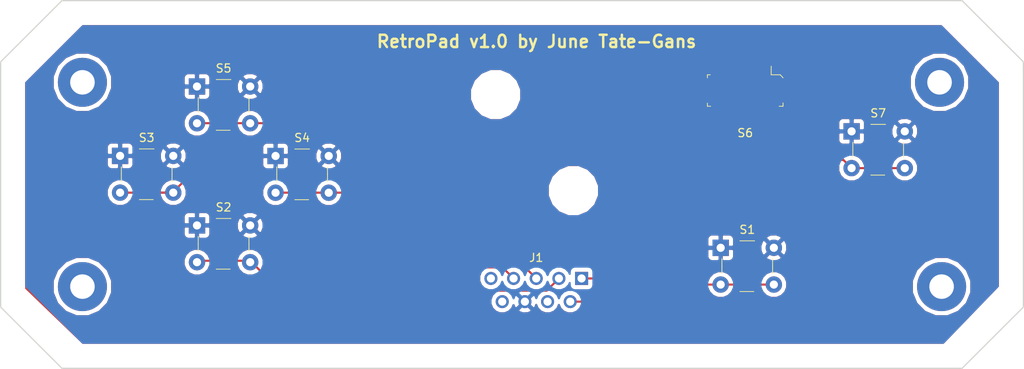
<source format=kicad_pcb>
(kicad_pcb (version 20171130) (host pcbnew "(5.0.1-3-g963ef8bb5)")

  (general
    (thickness 1.6)
    (drawings 17)
    (tracks 56)
    (zones 0)
    (modules 14)
    (nets 14)
  )

  (page A4)
  (layers
    (0 F.Cu signal)
    (31 B.Cu signal)
    (32 B.Adhes user)
    (33 F.Adhes user)
    (34 B.Paste user)
    (35 F.Paste user)
    (36 B.SilkS user)
    (37 F.SilkS user)
    (38 B.Mask user)
    (39 F.Mask user)
    (40 Dwgs.User user)
    (41 Cmts.User user)
    (42 Eco1.User user)
    (43 Eco2.User user)
    (44 Edge.Cuts user)
    (45 Margin user)
    (46 B.CrtYd user)
    (47 F.CrtYd user)
    (48 B.Fab user)
    (49 F.Fab user)
  )

  (setup
    (last_trace_width 0.25)
    (trace_clearance 0.2)
    (zone_clearance 0.508)
    (zone_45_only no)
    (trace_min 0.2)
    (segment_width 0.2)
    (edge_width 0.15)
    (via_size 0.8)
    (via_drill 0.4)
    (via_min_size 0.4)
    (via_min_drill 0.3)
    (uvia_size 0.3)
    (uvia_drill 0.1)
    (uvias_allowed no)
    (uvia_min_size 0.2)
    (uvia_min_drill 0.1)
    (pcb_text_width 0.3)
    (pcb_text_size 1.5 1.5)
    (mod_edge_width 0.15)
    (mod_text_size 1 1)
    (mod_text_width 0.15)
    (pad_size 1.524 1.524)
    (pad_drill 0.762)
    (pad_to_mask_clearance 0.051)
    (solder_mask_min_width 0.25)
    (aux_axis_origin 0 0)
    (visible_elements FFFFFF7F)
    (pcbplotparams
      (layerselection 0x010fc_ffffffff)
      (usegerberextensions false)
      (usegerberattributes false)
      (usegerberadvancedattributes false)
      (creategerberjobfile false)
      (excludeedgelayer true)
      (linewidth 0.100000)
      (plotframeref false)
      (viasonmask false)
      (mode 1)
      (useauxorigin false)
      (hpglpennumber 1)
      (hpglpenspeed 20)
      (hpglpendiameter 15.000000)
      (psnegative false)
      (psa4output false)
      (plotreference true)
      (plotvalue true)
      (plotinvisibletext false)
      (padsonsilk false)
      (subtractmaskfromsilk false)
      (outputformat 1)
      (mirror false)
      (drillshape 1)
      (scaleselection 1)
      (outputdirectory ""))
  )

  (net 0 "")
  (net 1 /GND)
  (net 2 /FIRE)
  (net 3 /DOWN)
  (net 4 /LEFT)
  (net 5 /RIGHT)
  (net 6 "Net-(S5-Pad3)")
  (net 7 "Net-(S6-Pad5)")
  (net 8 "Net-(S6-Pad3)")
  (net 9 /UP)
  (net 10 "Net-(S6-Pad4)")
  (net 11 /POTY)
  (net 12 /5V)
  (net 13 /POTX)

  (net_class Default "This is the default net class."
    (clearance 0.2)
    (trace_width 0.25)
    (via_dia 0.8)
    (via_drill 0.4)
    (uvia_dia 0.3)
    (uvia_drill 0.1)
    (add_net /5V)
    (add_net /DOWN)
    (add_net /FIRE)
    (add_net /GND)
    (add_net /LEFT)
    (add_net /POTX)
    (add_net /POTY)
    (add_net /RIGHT)
    (add_net /UP)
    (add_net "Net-(S5-Pad3)")
    (add_net "Net-(S6-Pad3)")
    (add_net "Net-(S6-Pad4)")
    (add_net "Net-(S6-Pad5)")
  )

  (module Connector_Dsub:DSUB-9-Pads (layer F.Cu) (tedit 5C90902E) (tstamp 5C9D17A0)
    (at 111 74)
    (descr "9-pin D-Sub connector, straight/vertical, THT-mount, female, pitch 2.77x2.84mm, distance of mounting holes 25mm, see https://disti-assets.s3.amazonaws.com/tonar/files/datasheets/16730.pdf")
    (tags "9-pin D-Sub connector straight vertical THT female pitch 2.77x2.84mm mounting holes distance 25mm")
    (path /5C905E81)
    (fp_text reference J1 (at -5.54 -2.54) (layer F.SilkS)
      (effects (font (size 1 1) (thickness 0.15)))
    )
    (fp_text value "" (at -5.54 8.73) (layer F.Fab)
      (effects (font (size 1 1) (thickness 0.15)))
    )
    (fp_text user %R (at -5.54 1.42) (layer F.Fab)
      (effects (font (size 1 1) (thickness 0.15)))
    )
    (pad 1 thru_hole rect (at 0 0) (size 1.6 1.6) (drill 1) (layers *.Cu *.Mask)
      (net 9 /UP))
    (pad 2 thru_hole circle (at -2.77 0) (size 1.6 1.6) (drill 1) (layers *.Cu *.Mask)
      (net 3 /DOWN))
    (pad 3 thru_hole circle (at -5.54 0) (size 1.6 1.6) (drill 1) (layers *.Cu *.Mask)
      (net 4 /LEFT))
    (pad 4 thru_hole circle (at -8.31 0) (size 1.6 1.6) (drill 1) (layers *.Cu *.Mask)
      (net 5 /RIGHT))
    (pad 5 thru_hole circle (at -11.08 0) (size 1.6 1.6) (drill 1) (layers *.Cu *.Mask)
      (net 11 /POTY))
    (pad 6 thru_hole circle (at -1.385 2.84) (size 1.6 1.6) (drill 1) (layers *.Cu *.Mask)
      (net 2 /FIRE))
    (pad 7 thru_hole circle (at -4.155 2.84) (size 1.6 1.6) (drill 1) (layers *.Cu *.Mask)
      (net 12 /5V))
    (pad 8 thru_hole circle (at -6.925 2.84) (size 1.6 1.6) (drill 1) (layers *.Cu *.Mask)
      (net 1 /GND))
    (pad 9 thru_hole circle (at -9.695 2.84) (size 1.6 1.6) (drill 1) (layers *.Cu *.Mask)
      (net 13 /POTX))
    (model ${KISYS3DMOD}/Connector_Dsub.3dshapes/DSUB-9_Female_Vertical_P2.77x2.84mm.wrl
      (at (xyz 0 0 0))
      (scale (xyz 1 1 1))
      (rotate (xyz 0 0 0))
    )
  )

  (module digikey-footprints:Switch_Slide_JS202011SCQN (layer F.Cu) (tedit 5AFB2660) (tstamp 5C9D14BB)
    (at 131 51 180)
    (path /5C925576)
    (fp_text reference S6 (at 0 -5.2 180) (layer F.SilkS)
      (effects (font (size 1 1) (thickness 0.15)))
    )
    (fp_text value JS202011SCQN (at 0.1 5.575 180) (layer F.Fab)
      (effects (font (size 1 1) (thickness 0.15)))
    )
    (fp_line (start -4.8 4.25) (end 4.8 4.25) (layer F.CrtYd) (width 0.05))
    (fp_line (start 4.8 -4.25) (end 4.8 4.25) (layer F.CrtYd) (width 0.05))
    (fp_line (start -4.8 -4.25) (end -4.8 4.25) (layer F.CrtYd) (width 0.05))
    (fp_line (start 4.8 -4.25) (end -4.8 -4.25) (layer F.CrtYd) (width 0.05))
    (fp_text user %R (at -0.025 -0.05 180) (layer F.Fab)
      (effects (font (size 1 1) (thickness 0.15)))
    )
    (fp_line (start -4.625 1.55) (end -4.275 1.925) (layer F.SilkS) (width 0.1))
    (fp_line (start -4.275 1.925) (end -3.175 1.925) (layer F.SilkS) (width 0.1))
    (fp_line (start -3.175 1.925) (end -3.175 2.975) (layer F.SilkS) (width 0.1))
    (fp_line (start -4.15 -1.925) (end -4.625 -1.925) (layer F.SilkS) (width 0.1))
    (fp_line (start -4.625 -1.925) (end -4.625 -1.525) (layer F.SilkS) (width 0.1))
    (fp_line (start 4.625 1.55) (end 4.625 1.925) (layer F.SilkS) (width 0.1))
    (fp_line (start 4.625 1.925) (end 4.275 1.925) (layer F.SilkS) (width 0.1))
    (fp_line (start 4.225 -1.925) (end 4.625 -1.925) (layer F.SilkS) (width 0.1))
    (fp_line (start 4.625 -1.925) (end 4.625 -1.55) (layer F.SilkS) (width 0.1))
    (fp_line (start -4.5 1.475) (end -4.5 -1.8) (layer F.Fab) (width 0.1))
    (fp_line (start -4.175 1.8) (end 4.5 1.8) (layer F.Fab) (width 0.1))
    (fp_line (start -4.5 1.475) (end -4.175 1.8) (layer F.Fab) (width 0.1))
    (fp_line (start 4.5 -1.8) (end -4.5 -1.8) (layer F.Fab) (width 0.1))
    (fp_line (start 4.5 -1.8) (end 4.5 1.8) (layer F.Fab) (width 0.1))
    (pad 3 smd rect (at 2.5 2.75 180) (size 1.2 2.5) (layers F.Cu F.Paste F.Mask)
      (net 8 "Net-(S6-Pad3)"))
    (pad 2 smd rect (at 0 2.75 180) (size 1.2 2.5) (layers F.Cu F.Paste F.Mask)
      (net 6 "Net-(S5-Pad3)"))
    (pad 1 smd rect (at -2.5 2.75 180) (size 1.2 2.5) (layers F.Cu F.Paste F.Mask)
      (net 9 /UP))
    (pad 4 smd rect (at -2.5 -2.75 180) (size 1.2 2.5) (layers F.Cu F.Paste F.Mask)
      (net 10 "Net-(S6-Pad4)"))
    (pad 5 smd rect (at 0 -2.75 180) (size 1.2 2.5) (layers F.Cu F.Paste F.Mask)
      (net 7 "Net-(S6-Pad5)"))
    (pad 6 smd rect (at 2.5 -2.75 180) (size 1.2 2.5) (layers F.Cu F.Paste F.Mask)
      (net 9 /UP))
  )

  (module digikey-footprints:Switch_Tactile_THT_B3F-1xxx (layer F.Cu) (tedit 5AF34B0A) (tstamp 5C9D149E)
    (at 143.9988 55.9894)
    (descr http://www.omron.com/ecb/products/pdf/en-b3f.pdf)
    (path /5C90A140)
    (fp_text reference S7 (at 3.2512 -2.2094) (layer F.SilkS)
      (effects (font (size 1 1) (thickness 0.15)))
    )
    (fp_text value JUMP (at 3.2512 7.1006) (layer F.Fab)
      (effects (font (size 1 1) (thickness 0.15)))
    )
    (fp_line (start 0.2512 -0.7394) (end 6.2512 -0.7394) (layer F.Fab) (width 0.1))
    (fp_line (start 0.2512 5.2606) (end 6.2512 5.2606) (layer F.Fab) (width 0.1))
    (fp_line (start 0.2512 -0.7394) (end 0.2512 5.2606) (layer F.Fab) (width 0.1))
    (fp_line (start 6.2512 5.2606) (end 6.2512 -0.7394) (layer F.Fab) (width 0.1))
    (fp_text user %R (at 3.2512 2.2606) (layer F.Fab)
      (effects (font (size 1 1) (thickness 0.15)))
    )
    (fp_line (start 2.3512 5.3606) (end 4.0512 5.3606) (layer F.SilkS) (width 0.1))
    (fp_line (start 6.3512 2.2606) (end 6.3512 1.3606) (layer F.SilkS) (width 0.1))
    (fp_line (start 6.3512 2.2606) (end 6.3512 3.1606) (layer F.SilkS) (width 0.1))
    (fp_line (start 0.1512 2.2606) (end 0.1512 1.3606) (layer F.SilkS) (width 0.1))
    (fp_line (start 0.1512 2.2606) (end 0.1512 3.1606) (layer F.SilkS) (width 0.1))
    (fp_line (start 2.3512 -0.8394) (end 4.1512 -0.8394) (layer F.SilkS) (width 0.1))
    (fp_line (start -1.2488 -1.2394) (end 7.7512 -1.2394) (layer F.CrtYd) (width 0.05))
    (fp_line (start -1.2488 5.7606) (end 7.7512 5.7606) (layer F.CrtYd) (width 0.05))
    (fp_line (start -1.2488 5.7606) (end -1.2488 -1.2394) (layer F.CrtYd) (width 0.05))
    (fp_line (start 7.7512 -1.2394) (end 7.7512 5.7606) (layer F.CrtYd) (width 0.05))
    (pad 4 thru_hole circle (at 6.5012 4.5106) (size 2 2) (drill 1) (layers *.Cu *.Mask)
      (net 7 "Net-(S6-Pad5)"))
    (pad 3 thru_hole circle (at 0.0012 4.5106) (size 2 2) (drill 1) (layers *.Cu *.Mask)
      (net 7 "Net-(S6-Pad5)"))
    (pad 2 thru_hole circle (at 6.5012 0.0106) (size 2 2) (drill 1) (layers *.Cu *.Mask)
      (net 1 /GND))
    (pad 1 thru_hole rect (at 0.0012 0.0106) (size 2 2) (drill 1) (layers *.Cu *.Mask)
      (net 1 /GND))
  )

  (module digikey-footprints:Switch_Tactile_THT_B3F-1xxx (layer F.Cu) (tedit 5AF34B0A) (tstamp 5C9D1487)
    (at 64 50.5)
    (descr http://www.omron.com/ecb/products/pdf/en-b3f.pdf)
    (path /5C909C22)
    (fp_text reference S5 (at 3.2512 -2.2094) (layer F.SilkS)
      (effects (font (size 1 1) (thickness 0.15)))
    )
    (fp_text value UP (at 3.2512 7.1006) (layer F.Fab)
      (effects (font (size 1 1) (thickness 0.15)))
    )
    (fp_line (start 7.7512 -1.2394) (end 7.7512 5.7606) (layer F.CrtYd) (width 0.05))
    (fp_line (start -1.2488 5.7606) (end -1.2488 -1.2394) (layer F.CrtYd) (width 0.05))
    (fp_line (start -1.2488 5.7606) (end 7.7512 5.7606) (layer F.CrtYd) (width 0.05))
    (fp_line (start -1.2488 -1.2394) (end 7.7512 -1.2394) (layer F.CrtYd) (width 0.05))
    (fp_line (start 2.3512 -0.8394) (end 4.1512 -0.8394) (layer F.SilkS) (width 0.1))
    (fp_line (start 0.1512 2.2606) (end 0.1512 3.1606) (layer F.SilkS) (width 0.1))
    (fp_line (start 0.1512 2.2606) (end 0.1512 1.3606) (layer F.SilkS) (width 0.1))
    (fp_line (start 6.3512 2.2606) (end 6.3512 3.1606) (layer F.SilkS) (width 0.1))
    (fp_line (start 6.3512 2.2606) (end 6.3512 1.3606) (layer F.SilkS) (width 0.1))
    (fp_line (start 2.3512 5.3606) (end 4.0512 5.3606) (layer F.SilkS) (width 0.1))
    (fp_text user %R (at 3.2512 2.2606) (layer F.Fab)
      (effects (font (size 1 1) (thickness 0.15)))
    )
    (fp_line (start 6.2512 5.2606) (end 6.2512 -0.7394) (layer F.Fab) (width 0.1))
    (fp_line (start 0.2512 -0.7394) (end 0.2512 5.2606) (layer F.Fab) (width 0.1))
    (fp_line (start 0.2512 5.2606) (end 6.2512 5.2606) (layer F.Fab) (width 0.1))
    (fp_line (start 0.2512 -0.7394) (end 6.2512 -0.7394) (layer F.Fab) (width 0.1))
    (pad 1 thru_hole rect (at 0.0012 0.0106) (size 2 2) (drill 1) (layers *.Cu *.Mask)
      (net 1 /GND))
    (pad 2 thru_hole circle (at 6.5012 0.0106) (size 2 2) (drill 1) (layers *.Cu *.Mask)
      (net 1 /GND))
    (pad 3 thru_hole circle (at 0.0012 4.5106) (size 2 2) (drill 1) (layers *.Cu *.Mask)
      (net 6 "Net-(S5-Pad3)"))
    (pad 4 thru_hole circle (at 6.5012 4.5106) (size 2 2) (drill 1) (layers *.Cu *.Mask)
      (net 6 "Net-(S5-Pad3)"))
  )

  (module digikey-footprints:Switch_Tactile_THT_B3F-1xxx (layer F.Cu) (tedit 5AF34B0A) (tstamp 5C9D1470)
    (at 73.6 59)
    (descr http://www.omron.com/ecb/products/pdf/en-b3f.pdf)
    (path /5C909FB5)
    (fp_text reference S4 (at 3.2512 -2.2094) (layer F.SilkS)
      (effects (font (size 1 1) (thickness 0.15)))
    )
    (fp_text value RIGHT (at 3.2512 7.1006) (layer F.Fab)
      (effects (font (size 1 1) (thickness 0.15)))
    )
    (fp_line (start 0.2512 -0.7394) (end 6.2512 -0.7394) (layer F.Fab) (width 0.1))
    (fp_line (start 0.2512 5.2606) (end 6.2512 5.2606) (layer F.Fab) (width 0.1))
    (fp_line (start 0.2512 -0.7394) (end 0.2512 5.2606) (layer F.Fab) (width 0.1))
    (fp_line (start 6.2512 5.2606) (end 6.2512 -0.7394) (layer F.Fab) (width 0.1))
    (fp_text user %R (at 3.2512 2.2606) (layer F.Fab)
      (effects (font (size 1 1) (thickness 0.15)))
    )
    (fp_line (start 2.3512 5.3606) (end 4.0512 5.3606) (layer F.SilkS) (width 0.1))
    (fp_line (start 6.3512 2.2606) (end 6.3512 1.3606) (layer F.SilkS) (width 0.1))
    (fp_line (start 6.3512 2.2606) (end 6.3512 3.1606) (layer F.SilkS) (width 0.1))
    (fp_line (start 0.1512 2.2606) (end 0.1512 1.3606) (layer F.SilkS) (width 0.1))
    (fp_line (start 0.1512 2.2606) (end 0.1512 3.1606) (layer F.SilkS) (width 0.1))
    (fp_line (start 2.3512 -0.8394) (end 4.1512 -0.8394) (layer F.SilkS) (width 0.1))
    (fp_line (start -1.2488 -1.2394) (end 7.7512 -1.2394) (layer F.CrtYd) (width 0.05))
    (fp_line (start -1.2488 5.7606) (end 7.7512 5.7606) (layer F.CrtYd) (width 0.05))
    (fp_line (start -1.2488 5.7606) (end -1.2488 -1.2394) (layer F.CrtYd) (width 0.05))
    (fp_line (start 7.7512 -1.2394) (end 7.7512 5.7606) (layer F.CrtYd) (width 0.05))
    (pad 4 thru_hole circle (at 6.5012 4.5106) (size 2 2) (drill 1) (layers *.Cu *.Mask)
      (net 5 /RIGHT))
    (pad 3 thru_hole circle (at 0.0012 4.5106) (size 2 2) (drill 1) (layers *.Cu *.Mask)
      (net 5 /RIGHT))
    (pad 2 thru_hole circle (at 6.5012 0.0106) (size 2 2) (drill 1) (layers *.Cu *.Mask)
      (net 1 /GND))
    (pad 1 thru_hole rect (at 0.0012 0.0106) (size 2 2) (drill 1) (layers *.Cu *.Mask)
      (net 1 /GND))
  )

  (module digikey-footprints:Switch_Tactile_THT_B3F-1xxx (layer F.Cu) (tedit 5AF34B0A) (tstamp 5C9D1459)
    (at 54.6 58.9894)
    (descr http://www.omron.com/ecb/products/pdf/en-b3f.pdf)
    (path /5C909EFC)
    (fp_text reference S3 (at 3.2512 -2.2094) (layer F.SilkS)
      (effects (font (size 1 1) (thickness 0.15)))
    )
    (fp_text value LEFT (at 3.2512 7.1006) (layer F.Fab)
      (effects (font (size 1 1) (thickness 0.15)))
    )
    (fp_line (start 7.7512 -1.2394) (end 7.7512 5.7606) (layer F.CrtYd) (width 0.05))
    (fp_line (start -1.2488 5.7606) (end -1.2488 -1.2394) (layer F.CrtYd) (width 0.05))
    (fp_line (start -1.2488 5.7606) (end 7.7512 5.7606) (layer F.CrtYd) (width 0.05))
    (fp_line (start -1.2488 -1.2394) (end 7.7512 -1.2394) (layer F.CrtYd) (width 0.05))
    (fp_line (start 2.3512 -0.8394) (end 4.1512 -0.8394) (layer F.SilkS) (width 0.1))
    (fp_line (start 0.1512 2.2606) (end 0.1512 3.1606) (layer F.SilkS) (width 0.1))
    (fp_line (start 0.1512 2.2606) (end 0.1512 1.3606) (layer F.SilkS) (width 0.1))
    (fp_line (start 6.3512 2.2606) (end 6.3512 3.1606) (layer F.SilkS) (width 0.1))
    (fp_line (start 6.3512 2.2606) (end 6.3512 1.3606) (layer F.SilkS) (width 0.1))
    (fp_line (start 2.3512 5.3606) (end 4.0512 5.3606) (layer F.SilkS) (width 0.1))
    (fp_text user %R (at 3.2512 2.2606) (layer F.Fab)
      (effects (font (size 1 1) (thickness 0.15)))
    )
    (fp_line (start 6.2512 5.2606) (end 6.2512 -0.7394) (layer F.Fab) (width 0.1))
    (fp_line (start 0.2512 -0.7394) (end 0.2512 5.2606) (layer F.Fab) (width 0.1))
    (fp_line (start 0.2512 5.2606) (end 6.2512 5.2606) (layer F.Fab) (width 0.1))
    (fp_line (start 0.2512 -0.7394) (end 6.2512 -0.7394) (layer F.Fab) (width 0.1))
    (pad 1 thru_hole rect (at 0.0012 0.0106) (size 2 2) (drill 1) (layers *.Cu *.Mask)
      (net 1 /GND))
    (pad 2 thru_hole circle (at 6.5012 0.0106) (size 2 2) (drill 1) (layers *.Cu *.Mask)
      (net 1 /GND))
    (pad 3 thru_hole circle (at 0.0012 4.5106) (size 2 2) (drill 1) (layers *.Cu *.Mask)
      (net 4 /LEFT))
    (pad 4 thru_hole circle (at 6.5012 4.5106) (size 2 2) (drill 1) (layers *.Cu *.Mask)
      (net 4 /LEFT))
  )

  (module digikey-footprints:Switch_Tactile_THT_B3F-1xxx (layer F.Cu) (tedit 5AF34B0A) (tstamp 5C9D1442)
    (at 63.9988 67.5)
    (descr http://www.omron.com/ecb/products/pdf/en-b3f.pdf)
    (path /5C909EAC)
    (fp_text reference S2 (at 3.2512 -2.2094) (layer F.SilkS)
      (effects (font (size 1 1) (thickness 0.15)))
    )
    (fp_text value DOWN (at 3.2512 7.1006) (layer F.Fab)
      (effects (font (size 1 1) (thickness 0.15)))
    )
    (fp_line (start 0.2512 -0.7394) (end 6.2512 -0.7394) (layer F.Fab) (width 0.1))
    (fp_line (start 0.2512 5.2606) (end 6.2512 5.2606) (layer F.Fab) (width 0.1))
    (fp_line (start 0.2512 -0.7394) (end 0.2512 5.2606) (layer F.Fab) (width 0.1))
    (fp_line (start 6.2512 5.2606) (end 6.2512 -0.7394) (layer F.Fab) (width 0.1))
    (fp_text user %R (at 3.2512 2.2606) (layer F.Fab)
      (effects (font (size 1 1) (thickness 0.15)))
    )
    (fp_line (start 2.3512 5.3606) (end 4.0512 5.3606) (layer F.SilkS) (width 0.1))
    (fp_line (start 6.3512 2.2606) (end 6.3512 1.3606) (layer F.SilkS) (width 0.1))
    (fp_line (start 6.3512 2.2606) (end 6.3512 3.1606) (layer F.SilkS) (width 0.1))
    (fp_line (start 0.1512 2.2606) (end 0.1512 1.3606) (layer F.SilkS) (width 0.1))
    (fp_line (start 0.1512 2.2606) (end 0.1512 3.1606) (layer F.SilkS) (width 0.1))
    (fp_line (start 2.3512 -0.8394) (end 4.1512 -0.8394) (layer F.SilkS) (width 0.1))
    (fp_line (start -1.2488 -1.2394) (end 7.7512 -1.2394) (layer F.CrtYd) (width 0.05))
    (fp_line (start -1.2488 5.7606) (end 7.7512 5.7606) (layer F.CrtYd) (width 0.05))
    (fp_line (start -1.2488 5.7606) (end -1.2488 -1.2394) (layer F.CrtYd) (width 0.05))
    (fp_line (start 7.7512 -1.2394) (end 7.7512 5.7606) (layer F.CrtYd) (width 0.05))
    (pad 4 thru_hole circle (at 6.5012 4.5106) (size 2 2) (drill 1) (layers *.Cu *.Mask)
      (net 3 /DOWN))
    (pad 3 thru_hole circle (at 0.0012 4.5106) (size 2 2) (drill 1) (layers *.Cu *.Mask)
      (net 3 /DOWN))
    (pad 2 thru_hole circle (at 6.5012 0.0106) (size 2 2) (drill 1) (layers *.Cu *.Mask)
      (net 1 /GND))
    (pad 1 thru_hole rect (at 0.0012 0.0106) (size 2 2) (drill 1) (layers *.Cu *.Mask)
      (net 1 /GND))
  )

  (module digikey-footprints:Switch_Tactile_THT_B3F-1xxx (layer F.Cu) (tedit 5AF34B0A) (tstamp 5C9D142B)
    (at 127.9988 70.2394)
    (descr http://www.omron.com/ecb/products/pdf/en-b3f.pdf)
    (path /5C90A063)
    (fp_text reference S1 (at 3.2512 -2.2094) (layer F.SilkS)
      (effects (font (size 1 1) (thickness 0.15)))
    )
    (fp_text value FIRE (at 3.2512 7.1006) (layer F.Fab)
      (effects (font (size 1 1) (thickness 0.15)))
    )
    (fp_line (start 7.7512 -1.2394) (end 7.7512 5.7606) (layer F.CrtYd) (width 0.05))
    (fp_line (start -1.2488 5.7606) (end -1.2488 -1.2394) (layer F.CrtYd) (width 0.05))
    (fp_line (start -1.2488 5.7606) (end 7.7512 5.7606) (layer F.CrtYd) (width 0.05))
    (fp_line (start -1.2488 -1.2394) (end 7.7512 -1.2394) (layer F.CrtYd) (width 0.05))
    (fp_line (start 2.3512 -0.8394) (end 4.1512 -0.8394) (layer F.SilkS) (width 0.1))
    (fp_line (start 0.1512 2.2606) (end 0.1512 3.1606) (layer F.SilkS) (width 0.1))
    (fp_line (start 0.1512 2.2606) (end 0.1512 1.3606) (layer F.SilkS) (width 0.1))
    (fp_line (start 6.3512 2.2606) (end 6.3512 3.1606) (layer F.SilkS) (width 0.1))
    (fp_line (start 6.3512 2.2606) (end 6.3512 1.3606) (layer F.SilkS) (width 0.1))
    (fp_line (start 2.3512 5.3606) (end 4.0512 5.3606) (layer F.SilkS) (width 0.1))
    (fp_text user %R (at 3.2512 2.2606) (layer F.Fab)
      (effects (font (size 1 1) (thickness 0.15)))
    )
    (fp_line (start 6.2512 5.2606) (end 6.2512 -0.7394) (layer F.Fab) (width 0.1))
    (fp_line (start 0.2512 -0.7394) (end 0.2512 5.2606) (layer F.Fab) (width 0.1))
    (fp_line (start 0.2512 5.2606) (end 6.2512 5.2606) (layer F.Fab) (width 0.1))
    (fp_line (start 0.2512 -0.7394) (end 6.2512 -0.7394) (layer F.Fab) (width 0.1))
    (pad 1 thru_hole rect (at 0.0012 0.0106) (size 2 2) (drill 1) (layers *.Cu *.Mask)
      (net 1 /GND))
    (pad 2 thru_hole circle (at 6.5012 0.0106) (size 2 2) (drill 1) (layers *.Cu *.Mask)
      (net 1 /GND))
    (pad 3 thru_hole circle (at 0.0012 4.5106) (size 2 2) (drill 1) (layers *.Cu *.Mask)
      (net 2 /FIRE))
    (pad 4 thru_hole circle (at 6.5012 4.5106) (size 2 2) (drill 1) (layers *.Cu *.Mask)
      (net 2 /FIRE))
  )

  (module MountingHole:MountingHole_3mm_Pad (layer F.Cu) (tedit 5C908FC8) (tstamp 5CA8E0D3)
    (at 50 50)
    (descr "Mounting Hole 3mm")
    (tags "mounting hole 3mm")
    (attr virtual)
    (fp_text reference "" (at 0 -4) (layer F.SilkS)
      (effects (font (size 1 1) (thickness 0.15)))
    )
    (fp_text value "" (at 0 4) (layer F.Fab)
      (effects (font (size 1 1) (thickness 0.15)))
    )
    (fp_circle (center 0 0) (end 3.25 0) (layer F.CrtYd) (width 0.05))
    (fp_circle (center 0 0) (end 3 0) (layer Cmts.User) (width 0.15))
    (fp_text user %R (at 0.3 0) (layer F.Fab)
      (effects (font (size 1 1) (thickness 0.15)))
    )
    (pad 1 thru_hole circle (at 0 0) (size 6 6) (drill 3) (layers *.Cu *.Mask))
  )

  (module MountingHole:MountingHole_3mm_Pad (layer F.Cu) (tedit 5C908FCB) (tstamp 5CA8E0E2)
    (at 50 75)
    (descr "Mounting Hole 3mm")
    (tags "mounting hole 3mm")
    (attr virtual)
    (fp_text reference "" (at 0 -4) (layer F.SilkS)
      (effects (font (size 1 1) (thickness 0.15)))
    )
    (fp_text value "" (at 0 4) (layer F.Fab)
      (effects (font (size 1 1) (thickness 0.15)))
    )
    (fp_circle (center 0 0) (end 3.25 0) (layer F.CrtYd) (width 0.05))
    (fp_circle (center 0 0) (end 3 0) (layer Cmts.User) (width 0.15))
    (fp_text user %R (at 0.3 0) (layer F.Fab)
      (effects (font (size 1 1) (thickness 0.15)))
    )
    (pad 1 thru_hole circle (at 0 0) (size 6 6) (drill 3) (layers *.Cu *.Mask))
  )

  (module MountingHole:MountingHole_3mm_Pad (layer F.Cu) (tedit 5C908FC0) (tstamp 5CA8E0F1)
    (at 154.75 50)
    (descr "Mounting Hole 3mm")
    (tags "mounting hole 3mm")
    (attr virtual)
    (fp_text reference "" (at 0 -4) (layer F.SilkS)
      (effects (font (size 1 1) (thickness 0.15)))
    )
    (fp_text value "" (at 0 4) (layer F.Fab)
      (effects (font (size 1 1) (thickness 0.15)))
    )
    (fp_circle (center 0 0) (end 3.25 0) (layer F.CrtYd) (width 0.05))
    (fp_circle (center 0 0) (end 3 0) (layer Cmts.User) (width 0.15))
    (fp_text user %R (at 0.3 0) (layer F.Fab)
      (effects (font (size 1 1) (thickness 0.15)))
    )
    (pad 1 thru_hole circle (at 0 0) (size 6 6) (drill 3) (layers *.Cu *.Mask))
  )

  (module MountingHole:MountingHole_3mm_Pad (layer F.Cu) (tedit 5C908FC3) (tstamp 5CA8E100)
    (at 155 75)
    (descr "Mounting Hole 3mm")
    (tags "mounting hole 3mm")
    (attr virtual)
    (fp_text reference "" (at 0 -4) (layer F.SilkS)
      (effects (font (size 1 1) (thickness 0.15)))
    )
    (fp_text value "" (at 0 4) (layer F.Fab)
      (effects (font (size 1 1) (thickness 0.15)))
    )
    (fp_circle (center 0 0) (end 3.25 0) (layer F.CrtYd) (width 0.05))
    (fp_circle (center 0 0) (end 3 0) (layer Cmts.User) (width 0.15))
    (fp_text user %R (at 0.3 0) (layer F.Fab)
      (effects (font (size 1 1) (thickness 0.15)))
    )
    (pad 1 thru_hole circle (at 0 0) (size 6 6) (drill 3) (layers *.Cu *.Mask))
  )

  (module MountingHole:MountingHole_5mm (layer F.Cu) (tedit 5C908FD3) (tstamp 5CA8E1E3)
    (at 100.5 51.5)
    (descr "Mounting Hole 5mm, no annular")
    (tags "mounting hole 5mm no annular")
    (attr virtual)
    (fp_text reference "" (at 0 -6) (layer F.SilkS)
      (effects (font (size 1 1) (thickness 0.15)))
    )
    (fp_text value "" (at 0 6) (layer F.Fab)
      (effects (font (size 1 1) (thickness 0.15)))
    )
    (fp_circle (center 0 0) (end 5.25 0) (layer F.CrtYd) (width 0.05))
    (fp_circle (center 0 0) (end 5 0) (layer Cmts.User) (width 0.15))
    (fp_text user %R (at 0.3 0) (layer F.Fab)
      (effects (font (size 1 1) (thickness 0.15)))
    )
    (pad 1 np_thru_hole circle (at 0 0) (size 5 5) (drill 5) (layers *.Cu *.Mask))
  )

  (module MountingHole:MountingHole_5mm (layer F.Cu) (tedit 5C908FD6) (tstamp 5CA8E200)
    (at 110 63.25)
    (descr "Mounting Hole 5mm, no annular")
    (tags "mounting hole 5mm no annular")
    (attr virtual)
    (fp_text reference "" (at 0 -6) (layer F.SilkS)
      (effects (font (size 1 1) (thickness 0.15)))
    )
    (fp_text value "" (at 0 6) (layer F.Fab)
      (effects (font (size 1 1) (thickness 0.15)))
    )
    (fp_circle (center 0 0) (end 5.25 0) (layer F.CrtYd) (width 0.05))
    (fp_circle (center 0 0) (end 5 0) (layer Cmts.User) (width 0.15))
    (fp_text user %R (at 0.3 0) (layer F.Fab)
      (effects (font (size 1 1) (thickness 0.15)))
    )
    (pad 1 np_thru_hole circle (at 0 0) (size 5 5) (drill 5) (layers *.Cu *.Mask))
  )

  (gr_text "RetroPad v1.0 by June Tate-Gans" (at 105.5 45) (layer F.SilkS)
    (effects (font (size 1.5 1.5) (thickness 0.3)))
  )
  (gr_line (start 43 75) (end 50 82) (layer Margin) (width 0.2))
  (gr_line (start 50 43) (end 43 50) (layer Margin) (width 0.2))
  (gr_line (start 155 43) (end 162 50) (layer Margin) (width 0.2))
  (gr_line (start 155 82) (end 162 75) (layer Margin) (width 0.2))
  (gr_line (start 40 47.5) (end 47.5 40) (layer Edge.Cuts) (width 0.15))
  (gr_line (start 47.5 85) (end 40 77.5) (layer Edge.Cuts) (width 0.15))
  (gr_line (start 165 77.5) (end 157.5 85) (layer Edge.Cuts) (width 0.15))
  (gr_line (start 157.5 40) (end 165 47.5) (layer Edge.Cuts) (width 0.15))
  (gr_line (start 43 75) (end 43 50) (layer Margin) (width 0.2))
  (gr_line (start 155 82) (end 50 82) (layer Margin) (width 0.2))
  (gr_line (start 162 50) (end 162 75) (layer Margin) (width 0.2))
  (gr_line (start 50 43) (end 155 43) (layer Margin) (width 0.2))
  (gr_line (start 40 77.5) (end 40 47.5) (layer Edge.Cuts) (width 0.15))
  (gr_line (start 157.5 85) (end 47.5 85) (layer Edge.Cuts) (width 0.15))
  (gr_line (start 165 47.5) (end 165 77.5) (layer Edge.Cuts) (width 0.15))
  (gr_line (start 47.5 40) (end 157.5 40) (layer Edge.Cuts) (width 0.15))

  (segment (start 110.91 76.84) (end 109.615 76.84) (width 0.25) (layer F.Cu) (net 2))
  (segment (start 113 74.75) (end 110.91 76.84) (width 0.25) (layer F.Cu) (net 2))
  (segment (start 134.5 74.75) (end 113 74.75) (width 0.25) (layer F.Cu) (net 2))
  (segment (start 64 71.835001) (end 70.5 71.835001) (width 0.25) (layer F.Cu) (net 3))
  (segment (start 74.164999 75.5) (end 71.499999 72.835) (width 0.25) (layer F.Cu) (net 3))
  (segment (start 71.499999 72.835) (end 70.5 71.835001) (width 0.25) (layer F.Cu) (net 3))
  (segment (start 108.23 74) (end 106.73 75.5) (width 0.25) (layer F.Cu) (net 3))
  (segment (start 106.73 75.5) (end 74.164999 75.5) (width 0.25) (layer F.Cu) (net 3))
  (segment (start 54 63.5) (end 60.5 63.5) (width 0.25) (layer F.Cu) (net 4))
  (segment (start 104.660001 73.200001) (end 105.46 74) (width 0.25) (layer F.Cu) (net 4))
  (segment (start 91.700011 72.200011) (end 103.660011 72.200011) (width 0.25) (layer F.Cu) (net 4))
  (segment (start 103.660011 72.200011) (end 104.660001 73.200001) (width 0.25) (layer F.Cu) (net 4))
  (segment (start 84.25 64.75) (end 91.700011 72.200011) (width 0.25) (layer F.Cu) (net 4))
  (segment (start 61 63.5) (end 62.75 61.75) (width 0.25) (layer F.Cu) (net 4))
  (segment (start 84.25 62.75) (end 84.25 64.75) (width 0.25) (layer F.Cu) (net 4))
  (segment (start 62.75 61.75) (end 83.25 61.75) (width 0.25) (layer F.Cu) (net 4))
  (segment (start 83.25 61.75) (end 84.25 62.75) (width 0.25) (layer F.Cu) (net 4))
  (segment (start 58.5 63.5) (end 61 63.5) (width 0.25) (layer F.Cu) (net 4))
  (segment (start 101.340022 72.650022) (end 102.69 74) (width 0.25) (layer F.Cu) (net 5))
  (segment (start 91.513611 72.650022) (end 101.340022 72.650022) (width 0.25) (layer F.Cu) (net 5))
  (segment (start 73.6118 63.5) (end 82.5 63.5) (width 0.25) (layer F.Cu) (net 5))
  (segment (start 83.499999 64.499999) (end 83.499999 64.63641) (width 0.25) (layer F.Cu) (net 5))
  (segment (start 83.499999 64.63641) (end 91.513611 72.650022) (width 0.25) (layer F.Cu) (net 5))
  (segment (start 82.5 63.5) (end 83.499999 64.499999) (width 0.25) (layer F.Cu) (net 5))
  (segment (start 73.6012 63.5106) (end 73.6118 63.5) (width 0.25) (layer F.Cu) (net 5))
  (segment (start 131 48.9) (end 131 48.25) (width 0.25) (layer F.Cu) (net 6))
  (segment (start 126.600011 53.299989) (end 131 48.9) (width 0.25) (layer F.Cu) (net 6))
  (segment (start 126.5636 53.299989) (end 126.600011 53.299989) (width 0.25) (layer F.Cu) (net 6))
  (segment (start 82.25 55) (end 84.75 57.5) (width 0.25) (layer F.Cu) (net 6))
  (segment (start 119.613589 66.863589) (end 119.613589 60.25) (width 0.25) (layer F.Cu) (net 6))
  (segment (start 114.727178 71.75) (end 119.613589 66.863589) (width 0.25) (layer F.Cu) (net 6))
  (segment (start 92 71.75) (end 114.727178 71.75) (width 0.25) (layer F.Cu) (net 6))
  (segment (start 70.5118 55) (end 82.25 55) (width 0.25) (layer F.Cu) (net 6))
  (segment (start 84.75 57.5) (end 84.75 64.5) (width 0.25) (layer F.Cu) (net 6))
  (segment (start 84.75 64.5) (end 92 71.75) (width 0.25) (layer F.Cu) (net 6))
  (segment (start 70.5012 55.0106) (end 70.5118 55) (width 0.25) (layer F.Cu) (net 6))
  (segment (start 119.613589 60.25) (end 126.5636 53.299989) (width 0.25) (layer F.Cu) (net 6))
  (segment (start 64.0118 55) (end 70.4906 55) (width 0.25) (layer F.Cu) (net 6))
  (segment (start 70.4906 55) (end 70.5012 55.0106) (width 0.25) (layer F.Cu) (net 6))
  (segment (start 64.0012 55.0106) (end 64.0118 55) (width 0.25) (layer F.Cu) (net 6))
  (segment (start 150.5 60.5) (end 144 60.5) (width 0.25) (layer F.Cu) (net 7))
  (segment (start 131 54.4) (end 131 53.75) (width 0.25) (layer F.Cu) (net 7))
  (segment (start 136.100001 59.500001) (end 131 54.4) (width 0.25) (layer F.Cu) (net 7))
  (segment (start 143.000001 59.500001) (end 136.100001 59.500001) (width 0.25) (layer F.Cu) (net 7))
  (segment (start 144 60.5) (end 143.000001 59.500001) (width 0.25) (layer F.Cu) (net 7))
  (segment (start 133.5 48.9) (end 131.4 51) (width 0.25) (layer F.Cu) (net 9))
  (segment (start 133.5 48.25) (end 133.5 48.9) (width 0.25) (layer F.Cu) (net 9))
  (segment (start 128.5 53.1) (end 128.5 53.75) (width 0.25) (layer F.Cu) (net 9))
  (segment (start 130.6 51) (end 128.5 53.1) (width 0.25) (layer F.Cu) (net 9))
  (segment (start 131.4 51) (end 130.6 51) (width 0.25) (layer F.Cu) (net 9))
  (segment (start 113.113589 74) (end 112.05 74) (width 0.25) (layer F.Cu) (net 9))
  (segment (start 126.75 53.75) (end 120.0636 60.4364) (width 0.25) (layer F.Cu) (net 9))
  (segment (start 128.5 53.75) (end 126.75 53.75) (width 0.25) (layer F.Cu) (net 9))
  (segment (start 112.05 74) (end 111 74) (width 0.25) (layer F.Cu) (net 9))
  (segment (start 120.0636 60.4364) (end 120.0636 67.049989) (width 0.25) (layer F.Cu) (net 9))
  (segment (start 120.0636 67.049989) (end 113.113589 74) (width 0.25) (layer F.Cu) (net 9))

  (zone (net 1) (net_name /GND) (layer F.Cu) (tstamp 0) (hatch edge 0.508)
    (connect_pads (clearance 0.508))
    (min_thickness 0.254)
    (fill yes (arc_segments 16) (thermal_gap 0.508) (thermal_bridge_width 0.508))
    (polygon
      (pts
        (xy 43 50) (xy 50 43) (xy 155 43) (xy 162 50) (xy 162 75)
        (xy 155.25 82) (xy 50 82) (xy 43 75.25)
      )
    )
    (filled_polygon
      (pts
        (xy 161.873 50.052606) (xy 161.873 74.948743) (xy 155.196038 81.873) (xy 50.051257 81.873) (xy 43.127 75.196038)
        (xy 43.127 74.276954) (xy 46.365 74.276954) (xy 46.365 75.723046) (xy 46.918396 77.059062) (xy 47.940938 78.081604)
        (xy 49.276954 78.635) (xy 50.723046 78.635) (xy 52.059062 78.081604) (xy 53.081604 77.059062) (xy 53.635 75.723046)
        (xy 53.635 74.276954) (xy 53.081604 72.940938) (xy 52.059062 71.918396) (xy 50.723046 71.365) (xy 49.276954 71.365)
        (xy 47.940938 71.918396) (xy 46.918396 72.940938) (xy 46.365 74.276954) (xy 43.127 74.276954) (xy 43.127 67.79635)
        (xy 62.365 67.79635) (xy 62.365 68.63691) (xy 62.461673 68.870299) (xy 62.640302 69.048927) (xy 62.873691 69.1456)
        (xy 63.71425 69.1456) (xy 63.873 68.98685) (xy 63.873 67.6376) (xy 64.127 67.6376) (xy 64.127 68.98685)
        (xy 64.28575 69.1456) (xy 65.126309 69.1456) (xy 65.359698 69.048927) (xy 65.538327 68.870299) (xy 65.624138 68.663132)
        (xy 69.527073 68.663132) (xy 69.625736 68.929987) (xy 70.235461 69.156508) (xy 70.88546 69.132456) (xy 71.374264 68.929987)
        (xy 71.472927 68.663132) (xy 70.5 67.690205) (xy 69.527073 68.663132) (xy 65.624138 68.663132) (xy 65.635 68.63691)
        (xy 65.635 67.79635) (xy 65.47625 67.6376) (xy 64.127 67.6376) (xy 63.873 67.6376) (xy 62.52375 67.6376)
        (xy 62.365 67.79635) (xy 43.127 67.79635) (xy 43.127 66.38429) (xy 62.365 66.38429) (xy 62.365 67.22485)
        (xy 62.52375 67.3836) (xy 63.873 67.3836) (xy 63.873 66.03435) (xy 64.127 66.03435) (xy 64.127 67.3836)
        (xy 65.47625 67.3836) (xy 65.613789 67.246061) (xy 68.854092 67.246061) (xy 68.878144 67.89606) (xy 69.080613 68.384864)
        (xy 69.347468 68.483527) (xy 70.320395 67.5106) (xy 70.679605 67.5106) (xy 71.652532 68.483527) (xy 71.919387 68.384864)
        (xy 72.145908 67.775139) (xy 72.121856 67.12514) (xy 71.919387 66.636336) (xy 71.652532 66.537673) (xy 70.679605 67.5106)
        (xy 70.320395 67.5106) (xy 69.347468 66.537673) (xy 69.080613 66.636336) (xy 68.854092 67.246061) (xy 65.613789 67.246061)
        (xy 65.635 67.22485) (xy 65.635 66.38429) (xy 65.624139 66.358068) (xy 69.527073 66.358068) (xy 70.5 67.330995)
        (xy 71.472927 66.358068) (xy 71.374264 66.091213) (xy 70.764539 65.864692) (xy 70.11454 65.888744) (xy 69.625736 66.091213)
        (xy 69.527073 66.358068) (xy 65.624139 66.358068) (xy 65.538327 66.150901) (xy 65.359698 65.972273) (xy 65.126309 65.8756)
        (xy 64.28575 65.8756) (xy 64.127 66.03435) (xy 63.873 66.03435) (xy 63.71425 65.8756) (xy 62.873691 65.8756)
        (xy 62.640302 65.972273) (xy 62.461673 66.150901) (xy 62.365 66.38429) (xy 43.127 66.38429) (xy 43.127 63.174778)
        (xy 52.9662 63.174778) (xy 52.9662 63.825222) (xy 53.215114 64.426153) (xy 53.675047 64.886086) (xy 54.275978 65.135)
        (xy 54.926422 65.135) (xy 55.527353 64.886086) (xy 55.987286 64.426153) (xy 56.056109 64.26) (xy 59.646291 64.26)
        (xy 59.715114 64.426153) (xy 60.175047 64.886086) (xy 60.775978 65.135) (xy 61.426422 65.135) (xy 62.027353 64.886086)
        (xy 62.487286 64.426153) (xy 62.7362 63.825222) (xy 62.7362 63.174778) (xy 62.637736 62.937065) (xy 63.064802 62.51)
        (xy 72.289561 62.51) (xy 72.215114 62.584447) (xy 71.9662 63.185378) (xy 71.9662 63.835822) (xy 72.215114 64.436753)
        (xy 72.675047 64.896686) (xy 73.275978 65.1456) (xy 73.926422 65.1456) (xy 74.527353 64.896686) (xy 74.987286 64.436753)
        (xy 75.0605 64.26) (xy 78.6419 64.26) (xy 78.715114 64.436753) (xy 79.175047 64.896686) (xy 79.775978 65.1456)
        (xy 80.426422 65.1456) (xy 81.027353 64.896686) (xy 81.487286 64.436753) (xy 81.5605 64.26) (xy 82.185199 64.26)
        (xy 82.765708 64.84051) (xy 82.784095 64.932947) (xy 82.95207 65.184339) (xy 83.015528 65.22674) (xy 90.923281 73.134494)
        (xy 90.965682 73.197951) (xy 91.029138 73.240351) (xy 91.217073 73.365926) (xy 91.265216 73.375502) (xy 91.438759 73.410022)
        (xy 91.438763 73.410022) (xy 91.513611 73.42491) (xy 91.588459 73.410022) (xy 98.611144 73.410022) (xy 98.485 73.714561)
        (xy 98.485 74.285439) (xy 98.673286 74.74) (xy 74.479801 74.74) (xy 72.117609 72.377809) (xy 72.135 72.335822)
        (xy 72.135 71.685378) (xy 71.886086 71.084447) (xy 71.426153 70.624514) (xy 70.825222 70.3756) (xy 70.174778 70.3756)
        (xy 69.573847 70.624514) (xy 69.12336 71.075001) (xy 65.37664 71.075001) (xy 64.926153 70.624514) (xy 64.325222 70.3756)
        (xy 63.674778 70.3756) (xy 63.073847 70.624514) (xy 62.613914 71.084447) (xy 62.365 71.685378) (xy 62.365 72.335822)
        (xy 62.613914 72.936753) (xy 63.073847 73.396686) (xy 63.674778 73.6456) (xy 64.325222 73.6456) (xy 64.926153 73.396686)
        (xy 65.386086 72.936753) (xy 65.527644 72.595001) (xy 68.972356 72.595001) (xy 69.113914 72.936753) (xy 69.573847 73.396686)
        (xy 70.174778 73.6456) (xy 70.825222 73.6456) (xy 71.115543 73.525345) (xy 73.57467 75.984473) (xy 73.61707 76.047929)
        (xy 73.868462 76.215904) (xy 74.090147 76.26) (xy 74.090151 76.26) (xy 74.164998 76.274888) (xy 74.239845 76.26)
        (xy 99.992011 76.26) (xy 99.87 76.554561) (xy 99.87 77.125439) (xy 100.088466 77.652862) (xy 100.492138 78.056534)
        (xy 101.019561 78.275) (xy 101.590439 78.275) (xy 102.117862 78.056534) (xy 102.326651 77.847745) (xy 103.246861 77.847745)
        (xy 103.320995 78.093864) (xy 103.858223 78.286965) (xy 104.428454 78.259778) (xy 104.829005 78.093864) (xy 104.903139 77.847745)
        (xy 104.075 77.019605) (xy 103.246861 77.847745) (xy 102.326651 77.847745) (xy 102.521534 77.652862) (xy 102.683525 77.261782)
        (xy 102.821136 77.594005) (xy 103.067255 77.668139) (xy 103.895395 76.84) (xy 103.881252 76.825858) (xy 104.060858 76.646253)
        (xy 104.075 76.660395) (xy 104.089143 76.646253) (xy 104.268748 76.825858) (xy 104.254605 76.84) (xy 105.082745 77.668139)
        (xy 105.328864 77.594005) (xy 105.456732 77.238261) (xy 105.628466 77.652862) (xy 106.032138 78.056534) (xy 106.559561 78.275)
        (xy 107.130439 78.275) (xy 107.657862 78.056534) (xy 108.061534 77.652862) (xy 108.23 77.24615) (xy 108.398466 77.652862)
        (xy 108.802138 78.056534) (xy 109.329561 78.275) (xy 109.900439 78.275) (xy 110.427862 78.056534) (xy 110.831534 77.652862)
        (xy 110.852039 77.603359) (xy 110.91 77.614888) (xy 110.984847 77.6) (xy 110.984852 77.6) (xy 111.206537 77.555904)
        (xy 111.457929 77.387929) (xy 111.500331 77.32447) (xy 113.314803 75.51) (xy 126.545091 75.51) (xy 126.613914 75.676153)
        (xy 127.073847 76.136086) (xy 127.674778 76.385) (xy 128.325222 76.385) (xy 128.926153 76.136086) (xy 129.386086 75.676153)
        (xy 129.454909 75.51) (xy 133.045091 75.51) (xy 133.113914 75.676153) (xy 133.573847 76.136086) (xy 134.174778 76.385)
        (xy 134.825222 76.385) (xy 135.426153 76.136086) (xy 135.886086 75.676153) (xy 136.135 75.075222) (xy 136.135 74.424778)
        (xy 136.07377 74.276954) (xy 151.365 74.276954) (xy 151.365 75.723046) (xy 151.918396 77.059062) (xy 152.940938 78.081604)
        (xy 154.276954 78.635) (xy 155.723046 78.635) (xy 157.059062 78.081604) (xy 158.081604 77.059062) (xy 158.635 75.723046)
        (xy 158.635 74.276954) (xy 158.081604 72.940938) (xy 157.059062 71.918396) (xy 155.723046 71.365) (xy 154.276954 71.365)
        (xy 152.940938 71.918396) (xy 151.918396 72.940938) (xy 151.365 74.276954) (xy 136.07377 74.276954) (xy 135.886086 73.823847)
        (xy 135.426153 73.363914) (xy 134.825222 73.115) (xy 134.174778 73.115) (xy 133.573847 73.363914) (xy 133.113914 73.823847)
        (xy 133.045091 73.99) (xy 129.454909 73.99) (xy 129.386086 73.823847) (xy 128.926153 73.363914) (xy 128.325222 73.115)
        (xy 127.674778 73.115) (xy 127.073847 73.363914) (xy 126.613914 73.823847) (xy 126.545091 73.99) (xy 114.19839 73.99)
        (xy 117.65264 70.53575) (xy 126.365 70.53575) (xy 126.365 71.37631) (xy 126.461673 71.609699) (xy 126.640302 71.788327)
        (xy 126.873691 71.885) (xy 127.71425 71.885) (xy 127.873 71.72625) (xy 127.873 70.377) (xy 128.127 70.377)
        (xy 128.127 71.72625) (xy 128.28575 71.885) (xy 129.126309 71.885) (xy 129.359698 71.788327) (xy 129.538327 71.609699)
        (xy 129.624138 71.402532) (xy 133.527073 71.402532) (xy 133.625736 71.669387) (xy 134.235461 71.895908) (xy 134.88546 71.871856)
        (xy 135.374264 71.669387) (xy 135.472927 71.402532) (xy 134.5 70.429605) (xy 133.527073 71.402532) (xy 129.624138 71.402532)
        (xy 129.635 71.37631) (xy 129.635 70.53575) (xy 129.47625 70.377) (xy 128.127 70.377) (xy 127.873 70.377)
        (xy 126.52375 70.377) (xy 126.365 70.53575) (xy 117.65264 70.53575) (xy 119.0647 69.12369) (xy 126.365 69.12369)
        (xy 126.365 69.96425) (xy 126.52375 70.123) (xy 127.873 70.123) (xy 127.873 68.77375) (xy 128.127 68.77375)
        (xy 128.127 70.123) (xy 129.47625 70.123) (xy 129.613789 69.985461) (xy 132.854092 69.985461) (xy 132.878144 70.63546)
        (xy 133.080613 71.124264) (xy 133.347468 71.222927) (xy 134.320395 70.25) (xy 134.679605 70.25) (xy 135.652532 71.222927)
        (xy 135.919387 71.124264) (xy 136.145908 70.514539) (xy 136.121856 69.86454) (xy 135.919387 69.375736) (xy 135.652532 69.277073)
        (xy 134.679605 70.25) (xy 134.320395 70.25) (xy 133.347468 69.277073) (xy 133.080613 69.375736) (xy 132.854092 69.985461)
        (xy 129.613789 69.985461) (xy 129.635 69.96425) (xy 129.635 69.12369) (xy 129.624139 69.097468) (xy 133.527073 69.097468)
        (xy 134.5 70.070395) (xy 135.472927 69.097468) (xy 135.374264 68.830613) (xy 134.764539 68.604092) (xy 134.11454 68.628144)
        (xy 133.625736 68.830613) (xy 133.527073 69.097468) (xy 129.624139 69.097468) (xy 129.538327 68.890301) (xy 129.359698 68.711673)
        (xy 129.126309 68.615) (xy 128.28575 68.615) (xy 128.127 68.77375) (xy 127.873 68.77375) (xy 127.71425 68.615)
        (xy 126.873691 68.615) (xy 126.640302 68.711673) (xy 126.461673 68.890301) (xy 126.365 69.12369) (xy 119.0647 69.12369)
        (xy 120.548073 67.640318) (xy 120.611529 67.597918) (xy 120.778478 67.348062) (xy 120.779504 67.346527) (xy 120.816581 67.160126)
        (xy 120.8236 67.124841) (xy 120.8236 67.124837) (xy 120.838488 67.049989) (xy 120.8236 66.975141) (xy 120.8236 60.751201)
        (xy 127.064802 54.51) (xy 127.25256 54.51) (xy 127.25256 55) (xy 127.301843 55.247765) (xy 127.442191 55.457809)
        (xy 127.652235 55.598157) (xy 127.9 55.64744) (xy 129.1 55.64744) (xy 129.347765 55.598157) (xy 129.557809 55.457809)
        (xy 129.698157 55.247765) (xy 129.74744 55) (xy 129.74744 52.927362) (xy 129.75256 52.922242) (xy 129.75256 55)
        (xy 129.801843 55.247765) (xy 129.942191 55.457809) (xy 130.152235 55.598157) (xy 130.4 55.64744) (xy 131.172639 55.64744)
        (xy 135.509671 59.984473) (xy 135.552072 60.04793) (xy 135.803464 60.215905) (xy 136.025149 60.260001) (xy 136.025153 60.260001)
        (xy 136.100001 60.274889) (xy 136.174849 60.260001) (xy 142.365 60.260001) (xy 142.365 60.825222) (xy 142.613914 61.426153)
        (xy 143.073847 61.886086) (xy 143.674778 62.135) (xy 144.325222 62.135) (xy 144.926153 61.886086) (xy 145.386086 61.426153)
        (xy 145.454909 61.26) (xy 149.045091 61.26) (xy 149.113914 61.426153) (xy 149.573847 61.886086) (xy 150.174778 62.135)
        (xy 150.825222 62.135) (xy 151.426153 61.886086) (xy 151.886086 61.426153) (xy 152.135 60.825222) (xy 152.135 60.174778)
        (xy 151.886086 59.573847) (xy 151.426153 59.113914) (xy 150.825222 58.865) (xy 150.174778 58.865) (xy 149.573847 59.113914)
        (xy 149.113914 59.573847) (xy 149.045091 59.74) (xy 145.454909 59.74) (xy 145.386086 59.573847) (xy 144.926153 59.113914)
        (xy 144.325222 58.865) (xy 143.674778 58.865) (xy 143.516029 58.930756) (xy 143.296538 58.784097) (xy 143.074853 58.740001)
        (xy 143.074848 58.740001) (xy 143.000001 58.725113) (xy 142.925154 58.740001) (xy 136.414803 58.740001) (xy 133.960552 56.28575)
        (xy 142.365 56.28575) (xy 142.365 57.12631) (xy 142.461673 57.359699) (xy 142.640302 57.538327) (xy 142.873691 57.635)
        (xy 143.71425 57.635) (xy 143.873 57.47625) (xy 143.873 56.127) (xy 144.127 56.127) (xy 144.127 57.47625)
        (xy 144.28575 57.635) (xy 145.126309 57.635) (xy 145.359698 57.538327) (xy 145.538327 57.359699) (xy 145.624138 57.152532)
        (xy 149.527073 57.152532) (xy 149.625736 57.419387) (xy 150.235461 57.645908) (xy 150.88546 57.621856) (xy 151.374264 57.419387)
        (xy 151.472927 57.152532) (xy 150.5 56.179605) (xy 149.527073 57.152532) (xy 145.624138 57.152532) (xy 145.635 57.12631)
        (xy 145.635 56.28575) (xy 145.47625 56.127) (xy 144.127 56.127) (xy 143.873 56.127) (xy 142.52375 56.127)
        (xy 142.365 56.28575) (xy 133.960552 56.28575) (xy 133.322241 55.64744) (xy 134.1 55.64744) (xy 134.347765 55.598157)
        (xy 134.557809 55.457809) (xy 134.698157 55.247765) (xy 134.74744 55) (xy 134.74744 54.87369) (xy 142.365 54.87369)
        (xy 142.365 55.71425) (xy 142.52375 55.873) (xy 143.873 55.873) (xy 143.873 54.52375) (xy 144.127 54.52375)
        (xy 144.127 55.873) (xy 145.47625 55.873) (xy 145.613789 55.735461) (xy 148.854092 55.735461) (xy 148.878144 56.38546)
        (xy 149.080613 56.874264) (xy 149.347468 56.972927) (xy 150.320395 56) (xy 150.679605 56) (xy 151.652532 56.972927)
        (xy 151.919387 56.874264) (xy 152.145908 56.264539) (xy 152.121856 55.61454) (xy 151.919387 55.125736) (xy 151.652532 55.027073)
        (xy 150.679605 56) (xy 150.320395 56) (xy 149.347468 55.027073) (xy 149.080613 55.125736) (xy 148.854092 55.735461)
        (xy 145.613789 55.735461) (xy 145.635 55.71425) (xy 145.635 54.87369) (xy 145.624139 54.847468) (xy 149.527073 54.847468)
        (xy 150.5 55.820395) (xy 151.472927 54.847468) (xy 151.374264 54.580613) (xy 150.764539 54.354092) (xy 150.11454 54.378144)
        (xy 149.625736 54.580613) (xy 149.527073 54.847468) (xy 145.624139 54.847468) (xy 145.538327 54.640301) (xy 145.359698 54.461673)
        (xy 145.126309 54.365) (xy 144.28575 54.365) (xy 144.127 54.52375) (xy 143.873 54.52375) (xy 143.71425 54.365)
        (xy 142.873691 54.365) (xy 142.640302 54.461673) (xy 142.461673 54.640301) (xy 142.365 54.87369) (xy 134.74744 54.87369)
        (xy 134.74744 52.5) (xy 134.698157 52.252235) (xy 134.557809 52.042191) (xy 134.347765 51.901843) (xy 134.1 51.85256)
        (xy 132.9 51.85256) (xy 132.652235 51.901843) (xy 132.442191 52.042191) (xy 132.301843 52.252235) (xy 132.25256 52.5)
        (xy 132.25256 54.577759) (xy 132.24744 54.572639) (xy 132.24744 52.5) (xy 132.198157 52.252235) (xy 132.057809 52.042191)
        (xy 131.847765 51.901843) (xy 131.6 51.85256) (xy 130.822243 51.85256) (xy 130.914803 51.76) (xy 131.325153 51.76)
        (xy 131.4 51.774888) (xy 131.474847 51.76) (xy 131.474852 51.76) (xy 131.696537 51.715904) (xy 131.947929 51.547929)
        (xy 131.990331 51.48447) (xy 133.327362 50.14744) (xy 134.1 50.14744) (xy 134.347765 50.098157) (xy 134.557809 49.957809)
        (xy 134.698157 49.747765) (xy 134.74744 49.5) (xy 134.74744 49.276954) (xy 151.115 49.276954) (xy 151.115 50.723046)
        (xy 151.668396 52.059062) (xy 152.690938 53.081604) (xy 154.026954 53.635) (xy 155.473046 53.635) (xy 156.809062 53.081604)
        (xy 157.831604 52.059062) (xy 158.385 50.723046) (xy 158.385 49.276954) (xy 157.831604 47.940938) (xy 156.809062 46.918396)
        (xy 155.473046 46.365) (xy 154.026954 46.365) (xy 152.690938 46.918396) (xy 151.668396 47.940938) (xy 151.115 49.276954)
        (xy 134.74744 49.276954) (xy 134.74744 47) (xy 134.698157 46.752235) (xy 134.557809 46.542191) (xy 134.347765 46.401843)
        (xy 134.1 46.35256) (xy 132.9 46.35256) (xy 132.652235 46.401843) (xy 132.442191 46.542191) (xy 132.301843 46.752235)
        (xy 132.25256 47) (xy 132.25256 49.072638) (xy 132.24744 49.077758) (xy 132.24744 47) (xy 132.198157 46.752235)
        (xy 132.057809 46.542191) (xy 131.847765 46.401843) (xy 131.6 46.35256) (xy 130.4 46.35256) (xy 130.152235 46.401843)
        (xy 129.942191 46.542191) (xy 129.801843 46.752235) (xy 129.75256 47) (xy 129.75256 49.072638) (xy 129.74744 49.077758)
        (xy 129.74744 47) (xy 129.698157 46.752235) (xy 129.557809 46.542191) (xy 129.347765 46.401843) (xy 129.1 46.35256)
        (xy 127.9 46.35256) (xy 127.652235 46.401843) (xy 127.442191 46.542191) (xy 127.301843 46.752235) (xy 127.25256 47)
        (xy 127.25256 49.5) (xy 127.301843 49.747765) (xy 127.442191 49.957809) (xy 127.652235 50.098157) (xy 127.9 50.14744)
        (xy 128.677758 50.14744) (xy 126.188861 52.636338) (xy 126.015671 52.75206) (xy 125.973271 52.815516) (xy 119.129117 59.659671)
        (xy 119.065661 59.702071) (xy 119.023261 59.765527) (xy 119.02326 59.765528) (xy 118.897686 59.953463) (xy 118.838701 60.25)
        (xy 118.85359 60.324852) (xy 118.853589 66.548787) (xy 114.412377 70.99) (xy 92.314803 70.99) (xy 85.51 64.185199)
        (xy 85.51 62.62641) (xy 106.865 62.62641) (xy 106.865 63.87359) (xy 107.342276 65.025835) (xy 108.224165 65.907724)
        (xy 109.37641 66.385) (xy 110.62359 66.385) (xy 111.775835 65.907724) (xy 112.657724 65.025835) (xy 113.135 63.87359)
        (xy 113.135 62.62641) (xy 112.657724 61.474165) (xy 111.775835 60.592276) (xy 110.62359 60.115) (xy 109.37641 60.115)
        (xy 108.224165 60.592276) (xy 107.342276 61.474165) (xy 106.865 62.62641) (xy 85.51 62.62641) (xy 85.51 57.574847)
        (xy 85.524888 57.5) (xy 85.51 57.425153) (xy 85.51 57.425148) (xy 85.465904 57.203463) (xy 85.297929 56.952071)
        (xy 85.234473 56.909671) (xy 82.840331 54.51553) (xy 82.797929 54.452071) (xy 82.546537 54.284096) (xy 82.324852 54.24)
        (xy 82.324847 54.24) (xy 82.25 54.225112) (xy 82.175153 54.24) (xy 71.951718 54.24) (xy 71.887286 54.084447)
        (xy 71.427353 53.624514) (xy 70.826422 53.3756) (xy 70.175978 53.3756) (xy 69.575047 53.624514) (xy 69.115114 54.084447)
        (xy 69.050682 54.24) (xy 65.451718 54.24) (xy 65.387286 54.084447) (xy 64.927353 53.624514) (xy 64.326422 53.3756)
        (xy 63.675978 53.3756) (xy 63.075047 53.624514) (xy 62.615114 54.084447) (xy 62.3662 54.685378) (xy 62.3662 55.335822)
        (xy 62.615114 55.936753) (xy 63.075047 56.396686) (xy 63.675978 56.6456) (xy 64.326422 56.6456) (xy 64.927353 56.396686)
        (xy 65.387286 55.936753) (xy 65.4605 55.76) (xy 69.0419 55.76) (xy 69.115114 55.936753) (xy 69.575047 56.396686)
        (xy 70.175978 56.6456) (xy 70.826422 56.6456) (xy 71.427353 56.396686) (xy 71.887286 55.936753) (xy 71.9605 55.76)
        (xy 81.935199 55.76) (xy 83.99 57.814802) (xy 83.990001 61.415199) (xy 83.840331 61.26553) (xy 83.797929 61.202071)
        (xy 83.546537 61.034096) (xy 83.324852 60.99) (xy 83.324847 60.99) (xy 83.25 60.975112) (xy 83.175153 60.99)
        (xy 62.824848 60.99) (xy 62.75 60.975112) (xy 62.675152 60.99) (xy 62.675148 60.99) (xy 62.501605 61.02452)
        (xy 62.453462 61.034096) (xy 62.43276 61.047929) (xy 62.202071 61.202071) (xy 62.159671 61.265527) (xy 61.521016 61.904182)
        (xy 61.426422 61.865) (xy 60.775978 61.865) (xy 60.175047 62.113914) (xy 59.715114 62.573847) (xy 59.646291 62.74)
        (xy 56.056109 62.74) (xy 55.987286 62.573847) (xy 55.527353 62.113914) (xy 54.926422 61.865) (xy 54.275978 61.865)
        (xy 53.675047 62.113914) (xy 53.215114 62.573847) (xy 52.9662 63.174778) (xy 43.127 63.174778) (xy 43.127 59.28575)
        (xy 52.9662 59.28575) (xy 52.9662 60.12631) (xy 53.062873 60.359699) (xy 53.241502 60.538327) (xy 53.474891 60.635)
        (xy 54.31545 60.635) (xy 54.4742 60.47625) (xy 54.4742 59.127) (xy 54.7282 59.127) (xy 54.7282 60.47625)
        (xy 54.88695 60.635) (xy 55.727509 60.635) (xy 55.960898 60.538327) (xy 56.139527 60.359699) (xy 56.225338 60.152532)
        (xy 60.128273 60.152532) (xy 60.226936 60.419387) (xy 60.836661 60.645908) (xy 61.48666 60.621856) (xy 61.975464 60.419387)
        (xy 62.074127 60.152532) (xy 61.1012 59.179605) (xy 60.128273 60.152532) (xy 56.225338 60.152532) (xy 56.2362 60.12631)
        (xy 56.2362 59.28575) (xy 56.07745 59.127) (xy 54.7282 59.127) (xy 54.4742 59.127) (xy 53.12495 59.127)
        (xy 52.9662 59.28575) (xy 43.127 59.28575) (xy 43.127 57.87369) (xy 52.9662 57.87369) (xy 52.9662 58.71425)
        (xy 53.12495 58.873) (xy 54.4742 58.873) (xy 54.4742 57.52375) (xy 54.7282 57.52375) (xy 54.7282 58.873)
        (xy 56.07745 58.873) (xy 56.214989 58.735461) (xy 59.455292 58.735461) (xy 59.479344 59.38546) (xy 59.681813 59.874264)
        (xy 59.948668 59.972927) (xy 60.921595 59) (xy 61.280805 59) (xy 62.253732 59.972927) (xy 62.520587 59.874264)
        (xy 62.735289 59.29635) (xy 71.9662 59.29635) (xy 71.9662 60.13691) (xy 72.062873 60.370299) (xy 72.241502 60.548927)
        (xy 72.474891 60.6456) (xy 73.31545 60.6456) (xy 73.4742 60.48685) (xy 73.4742 59.1376) (xy 73.7282 59.1376)
        (xy 73.7282 60.48685) (xy 73.88695 60.6456) (xy 74.727509 60.6456) (xy 74.960898 60.548927) (xy 75.139527 60.370299)
        (xy 75.225338 60.163132) (xy 79.128273 60.163132) (xy 79.226936 60.429987) (xy 79.836661 60.656508) (xy 80.48666 60.632456)
        (xy 80.975464 60.429987) (xy 81.074127 60.163132) (xy 80.1012 59.190205) (xy 79.128273 60.163132) (xy 75.225338 60.163132)
        (xy 75.2362 60.13691) (xy 75.2362 59.29635) (xy 75.07745 59.1376) (xy 73.7282 59.1376) (xy 73.4742 59.1376)
        (xy 72.12495 59.1376) (xy 71.9662 59.29635) (xy 62.735289 59.29635) (xy 62.747108 59.264539) (xy 62.723056 58.61454)
        (xy 62.520587 58.125736) (xy 62.253732 58.027073) (xy 61.280805 59) (xy 60.921595 59) (xy 59.948668 58.027073)
        (xy 59.681813 58.125736) (xy 59.455292 58.735461) (xy 56.214989 58.735461) (xy 56.2362 58.71425) (xy 56.2362 57.87369)
        (xy 56.225339 57.847468) (xy 60.128273 57.847468) (xy 61.1012 58.820395) (xy 62.037305 57.88429) (xy 71.9662 57.88429)
        (xy 71.9662 58.72485) (xy 72.12495 58.8836) (xy 73.4742 58.8836) (xy 73.4742 57.53435) (xy 73.7282 57.53435)
        (xy 73.7282 58.8836) (xy 75.07745 58.8836) (xy 75.214989 58.746061) (xy 78.455292 58.746061) (xy 78.479344 59.39606)
        (xy 78.681813 59.884864) (xy 78.948668 59.983527) (xy 79.921595 59.0106) (xy 80.280805 59.0106) (xy 81.253732 59.983527)
        (xy 81.520587 59.884864) (xy 81.747108 59.275139) (xy 81.723056 58.62514) (xy 81.520587 58.136336) (xy 81.253732 58.037673)
        (xy 80.280805 59.0106) (xy 79.921595 59.0106) (xy 78.948668 58.037673) (xy 78.681813 58.136336) (xy 78.455292 58.746061)
        (xy 75.214989 58.746061) (xy 75.2362 58.72485) (xy 75.2362 57.88429) (xy 75.225339 57.858068) (xy 79.128273 57.858068)
        (xy 80.1012 58.830995) (xy 81.074127 57.858068) (xy 80.975464 57.591213) (xy 80.365739 57.364692) (xy 79.71574 57.388744)
        (xy 79.226936 57.591213) (xy 79.128273 57.858068) (xy 75.225339 57.858068) (xy 75.139527 57.650901) (xy 74.960898 57.472273)
        (xy 74.727509 57.3756) (xy 73.88695 57.3756) (xy 73.7282 57.53435) (xy 73.4742 57.53435) (xy 73.31545 57.3756)
        (xy 72.474891 57.3756) (xy 72.241502 57.472273) (xy 72.062873 57.650901) (xy 71.9662 57.88429) (xy 62.037305 57.88429)
        (xy 62.074127 57.847468) (xy 61.975464 57.580613) (xy 61.365739 57.354092) (xy 60.71574 57.378144) (xy 60.226936 57.580613)
        (xy 60.128273 57.847468) (xy 56.225339 57.847468) (xy 56.139527 57.640301) (xy 55.960898 57.461673) (xy 55.727509 57.365)
        (xy 54.88695 57.365) (xy 54.7282 57.52375) (xy 54.4742 57.52375) (xy 54.31545 57.365) (xy 53.474891 57.365)
        (xy 53.241502 57.461673) (xy 53.062873 57.640301) (xy 52.9662 57.87369) (xy 43.127 57.87369) (xy 43.127 50.052606)
        (xy 43.902652 49.276954) (xy 46.365 49.276954) (xy 46.365 50.723046) (xy 46.918396 52.059062) (xy 47.940938 53.081604)
        (xy 49.276954 53.635) (xy 50.723046 53.635) (xy 52.059062 53.081604) (xy 53.081604 52.059062) (xy 53.604636 50.79635)
        (xy 62.3662 50.79635) (xy 62.3662 51.63691) (xy 62.462873 51.870299) (xy 62.641502 52.048927) (xy 62.874891 52.1456)
        (xy 63.71545 52.1456) (xy 63.8742 51.98685) (xy 63.8742 50.6376) (xy 64.1282 50.6376) (xy 64.1282 51.98685)
        (xy 64.28695 52.1456) (xy 65.127509 52.1456) (xy 65.360898 52.048927) (xy 65.539527 51.870299) (xy 65.625338 51.663132)
        (xy 69.528273 51.663132) (xy 69.626936 51.929987) (xy 70.236661 52.156508) (xy 70.88666 52.132456) (xy 71.375464 51.929987)
        (xy 71.474127 51.663132) (xy 70.5012 50.690205) (xy 69.528273 51.663132) (xy 65.625338 51.663132) (xy 65.6362 51.63691)
        (xy 65.6362 50.79635) (xy 65.47745 50.6376) (xy 64.1282 50.6376) (xy 63.8742 50.6376) (xy 62.52495 50.6376)
        (xy 62.3662 50.79635) (xy 53.604636 50.79635) (xy 53.635 50.723046) (xy 53.635 49.38429) (xy 62.3662 49.38429)
        (xy 62.3662 50.22485) (xy 62.52495 50.3836) (xy 63.8742 50.3836) (xy 63.8742 49.03435) (xy 64.1282 49.03435)
        (xy 64.1282 50.3836) (xy 65.47745 50.3836) (xy 65.614989 50.246061) (xy 68.855292 50.246061) (xy 68.879344 50.89606)
        (xy 69.081813 51.384864) (xy 69.348668 51.483527) (xy 70.321595 50.5106) (xy 70.680805 50.5106) (xy 71.653732 51.483527)
        (xy 71.920587 51.384864) (xy 72.109484 50.87641) (xy 97.365 50.87641) (xy 97.365 52.12359) (xy 97.842276 53.275835)
        (xy 98.724165 54.157724) (xy 99.87641 54.635) (xy 101.12359 54.635) (xy 102.275835 54.157724) (xy 103.157724 53.275835)
        (xy 103.635 52.12359) (xy 103.635 50.87641) (xy 103.157724 49.724165) (xy 102.275835 48.842276) (xy 101.12359 48.365)
        (xy 99.87641 48.365) (xy 98.724165 48.842276) (xy 97.842276 49.724165) (xy 97.365 50.87641) (xy 72.109484 50.87641)
        (xy 72.147108 50.775139) (xy 72.123056 50.12514) (xy 71.920587 49.636336) (xy 71.653732 49.537673) (xy 70.680805 50.5106)
        (xy 70.321595 50.5106) (xy 69.348668 49.537673) (xy 69.081813 49.636336) (xy 68.855292 50.246061) (xy 65.614989 50.246061)
        (xy 65.6362 50.22485) (xy 65.6362 49.38429) (xy 65.625339 49.358068) (xy 69.528273 49.358068) (xy 70.5012 50.330995)
        (xy 71.474127 49.358068) (xy 71.375464 49.091213) (xy 70.765739 48.864692) (xy 70.11574 48.888744) (xy 69.626936 49.091213)
        (xy 69.528273 49.358068) (xy 65.625339 49.358068) (xy 65.539527 49.150901) (xy 65.360898 48.972273) (xy 65.127509 48.8756)
        (xy 64.28695 48.8756) (xy 64.1282 49.03435) (xy 63.8742 49.03435) (xy 63.71545 48.8756) (xy 62.874891 48.8756)
        (xy 62.641502 48.972273) (xy 62.462873 49.150901) (xy 62.3662 49.38429) (xy 53.635 49.38429) (xy 53.635 49.276954)
        (xy 53.081604 47.940938) (xy 52.059062 46.918396) (xy 50.723046 46.365) (xy 49.276954 46.365) (xy 47.940938 46.918396)
        (xy 46.918396 47.940938) (xy 46.365 49.276954) (xy 43.902652 49.276954) (xy 50.052606 43.127) (xy 154.947394 43.127)
      )
    )
  )
  (zone (net 1) (net_name /GND) (layer B.Cu) (tstamp 0) (hatch edge 0.508)
    (connect_pads (clearance 0.508))
    (min_thickness 0.254)
    (fill yes (arc_segments 16) (thermal_gap 0.508) (thermal_bridge_width 0.508))
    (polygon
      (pts
        (xy 43 75) (xy 43 50) (xy 50 43) (xy 155 43) (xy 162 50)
        (xy 162 75) (xy 155.25 82) (xy 50 82)
      )
    )
    (filled_polygon
      (pts
        (xy 161.873 50.052606) (xy 161.873 74.948743) (xy 155.196038 81.873) (xy 50.052606 81.873) (xy 43.127 74.947394)
        (xy 43.127 74.276954) (xy 46.365 74.276954) (xy 46.365 75.723046) (xy 46.918396 77.059062) (xy 47.940938 78.081604)
        (xy 49.276954 78.635) (xy 50.723046 78.635) (xy 52.059062 78.081604) (xy 53.081604 77.059062) (xy 53.290575 76.554561)
        (xy 99.87 76.554561) (xy 99.87 77.125439) (xy 100.088466 77.652862) (xy 100.492138 78.056534) (xy 101.019561 78.275)
        (xy 101.590439 78.275) (xy 102.117862 78.056534) (xy 102.326651 77.847745) (xy 103.246861 77.847745) (xy 103.320995 78.093864)
        (xy 103.858223 78.286965) (xy 104.428454 78.259778) (xy 104.829005 78.093864) (xy 104.903139 77.847745) (xy 104.075 77.019605)
        (xy 103.246861 77.847745) (xy 102.326651 77.847745) (xy 102.521534 77.652862) (xy 102.683525 77.261782) (xy 102.821136 77.594005)
        (xy 103.067255 77.668139) (xy 103.895395 76.84) (xy 104.254605 76.84) (xy 105.082745 77.668139) (xy 105.328864 77.594005)
        (xy 105.456732 77.238261) (xy 105.628466 77.652862) (xy 106.032138 78.056534) (xy 106.559561 78.275) (xy 107.130439 78.275)
        (xy 107.657862 78.056534) (xy 108.061534 77.652862) (xy 108.23 77.24615) (xy 108.398466 77.652862) (xy 108.802138 78.056534)
        (xy 109.329561 78.275) (xy 109.900439 78.275) (xy 110.427862 78.056534) (xy 110.831534 77.652862) (xy 111.05 77.125439)
        (xy 111.05 76.554561) (xy 110.831534 76.027138) (xy 110.427862 75.623466) (xy 109.900439 75.405) (xy 109.329561 75.405)
        (xy 108.802138 75.623466) (xy 108.398466 76.027138) (xy 108.23 76.43385) (xy 108.061534 76.027138) (xy 107.657862 75.623466)
        (xy 107.130439 75.405) (xy 106.559561 75.405) (xy 106.032138 75.623466) (xy 105.628466 76.027138) (xy 105.466475 76.418218)
        (xy 105.328864 76.085995) (xy 105.082745 76.011861) (xy 104.254605 76.84) (xy 103.895395 76.84) (xy 103.067255 76.011861)
        (xy 102.821136 76.085995) (xy 102.693268 76.441739) (xy 102.521534 76.027138) (xy 102.326651 75.832255) (xy 103.246861 75.832255)
        (xy 104.075 76.660395) (xy 104.903139 75.832255) (xy 104.829005 75.586136) (xy 104.291777 75.393035) (xy 103.721546 75.420222)
        (xy 103.320995 75.586136) (xy 103.246861 75.832255) (xy 102.326651 75.832255) (xy 102.117862 75.623466) (xy 101.590439 75.405)
        (xy 101.019561 75.405) (xy 100.492138 75.623466) (xy 100.088466 76.027138) (xy 99.87 76.554561) (xy 53.290575 76.554561)
        (xy 53.635 75.723046) (xy 53.635 74.276954) (xy 53.40205 73.714561) (xy 98.485 73.714561) (xy 98.485 74.285439)
        (xy 98.703466 74.812862) (xy 99.107138 75.216534) (xy 99.634561 75.435) (xy 100.205439 75.435) (xy 100.732862 75.216534)
        (xy 101.136534 74.812862) (xy 101.305 74.40615) (xy 101.473466 74.812862) (xy 101.877138 75.216534) (xy 102.404561 75.435)
        (xy 102.975439 75.435) (xy 103.502862 75.216534) (xy 103.906534 74.812862) (xy 104.075 74.40615) (xy 104.243466 74.812862)
        (xy 104.647138 75.216534) (xy 105.174561 75.435) (xy 105.745439 75.435) (xy 106.272862 75.216534) (xy 106.676534 74.812862)
        (xy 106.845 74.40615) (xy 107.013466 74.812862) (xy 107.417138 75.216534) (xy 107.944561 75.435) (xy 108.515439 75.435)
        (xy 109.042862 75.216534) (xy 109.446534 74.812862) (xy 109.55256 74.556893) (xy 109.55256 74.8) (xy 109.601843 75.047765)
        (xy 109.742191 75.257809) (xy 109.952235 75.398157) (xy 110.2 75.44744) (xy 111.8 75.44744) (xy 112.047765 75.398157)
        (xy 112.257809 75.257809) (xy 112.398157 75.047765) (xy 112.44744 74.8) (xy 112.44744 74.424778) (xy 126.365 74.424778)
        (xy 126.365 75.075222) (xy 126.613914 75.676153) (xy 127.073847 76.136086) (xy 127.674778 76.385) (xy 128.325222 76.385)
        (xy 128.926153 76.136086) (xy 129.386086 75.676153) (xy 129.635 75.075222) (xy 129.635 74.424778) (xy 132.865 74.424778)
        (xy 132.865 75.075222) (xy 133.113914 75.676153) (xy 133.573847 76.136086) (xy 134.174778 76.385) (xy 134.825222 76.385)
        (xy 135.426153 76.136086) (xy 135.886086 75.676153) (xy 136.135 75.075222) (xy 136.135 74.424778) (xy 136.07377 74.276954)
        (xy 151.365 74.276954) (xy 151.365 75.723046) (xy 151.918396 77.059062) (xy 152.940938 78.081604) (xy 154.276954 78.635)
        (xy 155.723046 78.635) (xy 157.059062 78.081604) (xy 158.081604 77.059062) (xy 158.635 75.723046) (xy 158.635 74.276954)
        (xy 158.081604 72.940938) (xy 157.059062 71.918396) (xy 155.723046 71.365) (xy 154.276954 71.365) (xy 152.940938 71.918396)
        (xy 151.918396 72.940938) (xy 151.365 74.276954) (xy 136.07377 74.276954) (xy 135.886086 73.823847) (xy 135.426153 73.363914)
        (xy 134.825222 73.115) (xy 134.174778 73.115) (xy 133.573847 73.363914) (xy 133.113914 73.823847) (xy 132.865 74.424778)
        (xy 129.635 74.424778) (xy 129.386086 73.823847) (xy 128.926153 73.363914) (xy 128.325222 73.115) (xy 127.674778 73.115)
        (xy 127.073847 73.363914) (xy 126.613914 73.823847) (xy 126.365 74.424778) (xy 112.44744 74.424778) (xy 112.44744 73.2)
        (xy 112.398157 72.952235) (xy 112.257809 72.742191) (xy 112.047765 72.601843) (xy 111.8 72.55256) (xy 110.2 72.55256)
        (xy 109.952235 72.601843) (xy 109.742191 72.742191) (xy 109.601843 72.952235) (xy 109.55256 73.2) (xy 109.55256 73.443107)
        (xy 109.446534 73.187138) (xy 109.042862 72.783466) (xy 108.515439 72.565) (xy 107.944561 72.565) (xy 107.417138 72.783466)
        (xy 107.013466 73.187138) (xy 106.845 73.59385) (xy 106.676534 73.187138) (xy 106.272862 72.783466) (xy 105.745439 72.565)
        (xy 105.174561 72.565) (xy 104.647138 72.783466) (xy 104.243466 73.187138) (xy 104.075 73.59385) (xy 103.906534 73.187138)
        (xy 103.502862 72.783466) (xy 102.975439 72.565) (xy 102.404561 72.565) (xy 101.877138 72.783466) (xy 101.473466 73.187138)
        (xy 101.305 73.59385) (xy 101.136534 73.187138) (xy 100.732862 72.783466) (xy 100.205439 72.565) (xy 99.634561 72.565)
        (xy 99.107138 72.783466) (xy 98.703466 73.187138) (xy 98.485 73.714561) (xy 53.40205 73.714561) (xy 53.081604 72.940938)
        (xy 52.059062 71.918396) (xy 51.496507 71.685378) (xy 62.365 71.685378) (xy 62.365 72.335822) (xy 62.613914 72.936753)
        (xy 63.073847 73.396686) (xy 63.674778 73.6456) (xy 64.325222 73.6456) (xy 64.926153 73.396686) (xy 65.386086 72.936753)
        (xy 65.635 72.335822) (xy 65.635 71.685378) (xy 68.865 71.685378) (xy 68.865 72.335822) (xy 69.113914 72.936753)
        (xy 69.573847 73.396686) (xy 70.174778 73.6456) (xy 70.825222 73.6456) (xy 71.426153 73.396686) (xy 71.886086 72.936753)
        (xy 72.135 72.335822) (xy 72.135 71.685378) (xy 71.886086 71.084447) (xy 71.426153 70.624514) (xy 71.211858 70.53575)
        (xy 126.365 70.53575) (xy 126.365 71.37631) (xy 126.461673 71.609699) (xy 126.640302 71.788327) (xy 126.873691 71.885)
        (xy 127.71425 71.885) (xy 127.873 71.72625) (xy 127.873 70.377) (xy 128.127 70.377) (xy 128.127 71.72625)
        (xy 128.28575 71.885) (xy 129.126309 71.885) (xy 129.359698 71.788327) (xy 129.538327 71.609699) (xy 129.624138 71.402532)
        (xy 133.527073 71.402532) (xy 133.625736 71.669387) (xy 134.235461 71.895908) (xy 134.88546 71.871856) (xy 135.374264 71.669387)
        (xy 135.472927 71.402532) (xy 134.5 70.429605) (xy 133.527073 71.402532) (xy 129.624138 71.402532) (xy 129.635 71.37631)
        (xy 129.635 70.53575) (xy 129.47625 70.377) (xy 128.127 70.377) (xy 127.873 70.377) (xy 126.52375 70.377)
        (xy 126.365 70.53575) (xy 71.211858 70.53575) (xy 70.825222 70.3756) (xy 70.174778 70.3756) (xy 69.573847 70.624514)
        (xy 69.113914 71.084447) (xy 68.865 71.685378) (xy 65.635 71.685378) (xy 65.386086 71.084447) (xy 64.926153 70.624514)
        (xy 64.325222 70.3756) (xy 63.674778 70.3756) (xy 63.073847 70.624514) (xy 62.613914 71.084447) (xy 62.365 71.685378)
        (xy 51.496507 71.685378) (xy 50.723046 71.365) (xy 49.276954 71.365) (xy 47.940938 71.918396) (xy 46.918396 72.940938)
        (xy 46.365 74.276954) (xy 43.127 74.276954) (xy 43.127 67.79635) (xy 62.365 67.79635) (xy 62.365 68.63691)
        (xy 62.461673 68.870299) (xy 62.640302 69.048927) (xy 62.873691 69.1456) (xy 63.71425 69.1456) (xy 63.873 68.98685)
        (xy 63.873 67.6376) (xy 64.127 67.6376) (xy 64.127 68.98685) (xy 64.28575 69.1456) (xy 65.126309 69.1456)
        (xy 65.359698 69.048927) (xy 65.538327 68.870299) (xy 65.624138 68.663132) (xy 69.527073 68.663132) (xy 69.625736 68.929987)
        (xy 70.235461 69.156508) (xy 70.88546 69.132456) (xy 70.906623 69.12369) (xy 126.365 69.12369) (xy 126.365 69.96425)
        (xy 126.52375 70.123) (xy 127.873 70.123) (xy 127.873 68.77375) (xy 128.127 68.77375) (xy 128.127 70.123)
        (xy 129.47625 70.123) (xy 129.613789 69.985461) (xy 132.854092 69.985461) (xy 132.878144 70.63546) (xy 133.080613 71.124264)
        (xy 133.347468 71.222927) (xy 134.320395 70.25) (xy 134.679605 70.25) (xy 135.652532 71.222927) (xy 135.919387 71.124264)
        (xy 136.145908 70.514539) (xy 136.121856 69.86454) (xy 135.919387 69.375736) (xy 135.652532 69.277073) (xy 134.679605 70.25)
        (xy 134.320395 70.25) (xy 133.347468 69.277073) (xy 133.080613 69.375736) (xy 132.854092 69.985461) (xy 129.613789 69.985461)
        (xy 129.635 69.96425) (xy 129.635 69.12369) (xy 129.624139 69.097468) (xy 133.527073 69.097468) (xy 134.5 70.070395)
        (xy 135.472927 69.097468) (xy 135.374264 68.830613) (xy 134.764539 68.604092) (xy 134.11454 68.628144) (xy 133.625736 68.830613)
        (xy 133.527073 69.097468) (xy 129.624139 69.097468) (xy 129.538327 68.890301) (xy 129.359698 68.711673) (xy 129.126309 68.615)
        (xy 128.28575 68.615) (xy 128.127 68.77375) (xy 127.873 68.77375) (xy 127.71425 68.615) (xy 126.873691 68.615)
        (xy 126.640302 68.711673) (xy 126.461673 68.890301) (xy 126.365 69.12369) (xy 70.906623 69.12369) (xy 71.374264 68.929987)
        (xy 71.472927 68.663132) (xy 70.5 67.690205) (xy 69.527073 68.663132) (xy 65.624138 68.663132) (xy 65.635 68.63691)
        (xy 65.635 67.79635) (xy 65.47625 67.6376) (xy 64.127 67.6376) (xy 63.873 67.6376) (xy 62.52375 67.6376)
        (xy 62.365 67.79635) (xy 43.127 67.79635) (xy 43.127 66.38429) (xy 62.365 66.38429) (xy 62.365 67.22485)
        (xy 62.52375 67.3836) (xy 63.873 67.3836) (xy 63.873 66.03435) (xy 64.127 66.03435) (xy 64.127 67.3836)
        (xy 65.47625 67.3836) (xy 65.613789 67.246061) (xy 68.854092 67.246061) (xy 68.878144 67.89606) (xy 69.080613 68.384864)
        (xy 69.347468 68.483527) (xy 70.320395 67.5106) (xy 70.679605 67.5106) (xy 71.652532 68.483527) (xy 71.919387 68.384864)
        (xy 72.145908 67.775139) (xy 72.121856 67.12514) (xy 71.919387 66.636336) (xy 71.652532 66.537673) (xy 70.679605 67.5106)
        (xy 70.320395 67.5106) (xy 69.347468 66.537673) (xy 69.080613 66.636336) (xy 68.854092 67.246061) (xy 65.613789 67.246061)
        (xy 65.635 67.22485) (xy 65.635 66.38429) (xy 65.624139 66.358068) (xy 69.527073 66.358068) (xy 70.5 67.330995)
        (xy 71.472927 66.358068) (xy 71.374264 66.091213) (xy 70.764539 65.864692) (xy 70.11454 65.888744) (xy 69.625736 66.091213)
        (xy 69.527073 66.358068) (xy 65.624139 66.358068) (xy 65.538327 66.150901) (xy 65.359698 65.972273) (xy 65.126309 65.8756)
        (xy 64.28575 65.8756) (xy 64.127 66.03435) (xy 63.873 66.03435) (xy 63.71425 65.8756) (xy 62.873691 65.8756)
        (xy 62.640302 65.972273) (xy 62.461673 66.150901) (xy 62.365 66.38429) (xy 43.127 66.38429) (xy 43.127 63.174778)
        (xy 52.9662 63.174778) (xy 52.9662 63.825222) (xy 53.215114 64.426153) (xy 53.675047 64.886086) (xy 54.275978 65.135)
        (xy 54.926422 65.135) (xy 55.527353 64.886086) (xy 55.987286 64.426153) (xy 56.2362 63.825222) (xy 56.2362 63.174778)
        (xy 59.4662 63.174778) (xy 59.4662 63.825222) (xy 59.715114 64.426153) (xy 60.175047 64.886086) (xy 60.775978 65.135)
        (xy 61.426422 65.135) (xy 62.027353 64.886086) (xy 62.487286 64.426153) (xy 62.7362 63.825222) (xy 62.7362 63.185378)
        (xy 71.9662 63.185378) (xy 71.9662 63.835822) (xy 72.215114 64.436753) (xy 72.675047 64.896686) (xy 73.275978 65.1456)
        (xy 73.926422 65.1456) (xy 74.527353 64.896686) (xy 74.987286 64.436753) (xy 75.2362 63.835822) (xy 75.2362 63.185378)
        (xy 78.4662 63.185378) (xy 78.4662 63.835822) (xy 78.715114 64.436753) (xy 79.175047 64.896686) (xy 79.775978 65.1456)
        (xy 80.426422 65.1456) (xy 81.027353 64.896686) (xy 81.487286 64.436753) (xy 81.7362 63.835822) (xy 81.7362 63.185378)
        (xy 81.504668 62.62641) (xy 106.865 62.62641) (xy 106.865 63.87359) (xy 107.342276 65.025835) (xy 108.224165 65.907724)
        (xy 109.37641 66.385) (xy 110.62359 66.385) (xy 111.775835 65.907724) (xy 112.657724 65.025835) (xy 113.135 63.87359)
        (xy 113.135 62.62641) (xy 112.657724 61.474165) (xy 111.775835 60.592276) (xy 110.767907 60.174778) (xy 142.365 60.174778)
        (xy 142.365 60.825222) (xy 142.613914 61.426153) (xy 143.073847 61.886086) (xy 143.674778 62.135) (xy 144.325222 62.135)
        (xy 144.926153 61.886086) (xy 145.386086 61.426153) (xy 145.635 60.825222) (xy 145.635 60.174778) (xy 148.865 60.174778)
        (xy 148.865 60.825222) (xy 149.113914 61.426153) (xy 149.573847 61.886086) (xy 150.174778 62.135) (xy 150.825222 62.135)
        (xy 151.426153 61.886086) (xy 151.886086 61.426153) (xy 152.135 60.825222) (xy 152.135 60.174778) (xy 151.886086 59.573847)
        (xy 151.426153 59.113914) (xy 150.825222 58.865) (xy 150.174778 58.865) (xy 149.573847 59.113914) (xy 149.113914 59.573847)
        (xy 148.865 60.174778) (xy 145.635 60.174778) (xy 145.386086 59.573847) (xy 144.926153 59.113914) (xy 144.325222 58.865)
        (xy 143.674778 58.865) (xy 143.073847 59.113914) (xy 142.613914 59.573847) (xy 142.365 60.174778) (xy 110.767907 60.174778)
        (xy 110.62359 60.115) (xy 109.37641 60.115) (xy 108.224165 60.592276) (xy 107.342276 61.474165) (xy 106.865 62.62641)
        (xy 81.504668 62.62641) (xy 81.487286 62.584447) (xy 81.027353 62.124514) (xy 80.426422 61.8756) (xy 79.775978 61.8756)
        (xy 79.175047 62.124514) (xy 78.715114 62.584447) (xy 78.4662 63.185378) (xy 75.2362 63.185378) (xy 74.987286 62.584447)
        (xy 74.527353 62.124514) (xy 73.926422 61.8756) (xy 73.275978 61.8756) (xy 72.675047 62.124514) (xy 72.215114 62.584447)
        (xy 71.9662 63.185378) (xy 62.7362 63.185378) (xy 62.7362 63.174778) (xy 62.487286 62.573847) (xy 62.027353 62.113914)
        (xy 61.426422 61.865) (xy 60.775978 61.865) (xy 60.175047 62.113914) (xy 59.715114 62.573847) (xy 59.4662 63.174778)
        (xy 56.2362 63.174778) (xy 55.987286 62.573847) (xy 55.527353 62.113914) (xy 54.926422 61.865) (xy 54.275978 61.865)
        (xy 53.675047 62.113914) (xy 53.215114 62.573847) (xy 52.9662 63.174778) (xy 43.127 63.174778) (xy 43.127 59.28575)
        (xy 52.9662 59.28575) (xy 52.9662 60.12631) (xy 53.062873 60.359699) (xy 53.241502 60.538327) (xy 53.474891 60.635)
        (xy 54.31545 60.635) (xy 54.4742 60.47625) (xy 54.4742 59.127) (xy 54.7282 59.127) (xy 54.7282 60.47625)
        (xy 54.88695 60.635) (xy 55.727509 60.635) (xy 55.960898 60.538327) (xy 56.139527 60.359699) (xy 56.225338 60.152532)
        (xy 60.128273 60.152532) (xy 60.226936 60.419387) (xy 60.836661 60.645908) (xy 61.48666 60.621856) (xy 61.975464 60.419387)
        (xy 62.074127 60.152532) (xy 61.1012 59.179605) (xy 60.128273 60.152532) (xy 56.225338 60.152532) (xy 56.2362 60.12631)
        (xy 56.2362 59.28575) (xy 56.07745 59.127) (xy 54.7282 59.127) (xy 54.4742 59.127) (xy 53.12495 59.127)
        (xy 52.9662 59.28575) (xy 43.127 59.28575) (xy 43.127 57.87369) (xy 52.9662 57.87369) (xy 52.9662 58.71425)
        (xy 53.12495 58.873) (xy 54.4742 58.873) (xy 54.4742 57.52375) (xy 54.7282 57.52375) (xy 54.7282 58.873)
        (xy 56.07745 58.873) (xy 56.214989 58.735461) (xy 59.455292 58.735461) (xy 59.479344 59.38546) (xy 59.681813 59.874264)
        (xy 59.948668 59.972927) (xy 60.921595 59) (xy 61.280805 59) (xy 62.253732 59.972927) (xy 62.520587 59.874264)
        (xy 62.735289 59.29635) (xy 71.9662 59.29635) (xy 71.9662 60.13691) (xy 72.062873 60.370299) (xy 72.241502 60.548927)
        (xy 72.474891 60.6456) (xy 73.31545 60.6456) (xy 73.4742 60.48685) (xy 73.4742 59.1376) (xy 73.7282 59.1376)
        (xy 73.7282 60.48685) (xy 73.88695 60.6456) (xy 74.727509 60.6456) (xy 74.960898 60.548927) (xy 75.139527 60.370299)
        (xy 75.225338 60.163132) (xy 79.128273 60.163132) (xy 79.226936 60.429987) (xy 79.836661 60.656508) (xy 80.48666 60.632456)
        (xy 80.975464 60.429987) (xy 81.074127 60.163132) (xy 80.1012 59.190205) (xy 79.128273 60.163132) (xy 75.225338 60.163132)
        (xy 75.2362 60.13691) (xy 75.2362 59.29635) (xy 75.07745 59.1376) (xy 73.7282 59.1376) (xy 73.4742 59.1376)
        (xy 72.12495 59.1376) (xy 71.9662 59.29635) (xy 62.735289 59.29635) (xy 62.747108 59.264539) (xy 62.723056 58.61454)
        (xy 62.520587 58.125736) (xy 62.253732 58.027073) (xy 61.280805 59) (xy 60.921595 59) (xy 59.948668 58.027073)
        (xy 59.681813 58.125736) (xy 59.455292 58.735461) (xy 56.214989 58.735461) (xy 56.2362 58.71425) (xy 56.2362 57.87369)
        (xy 56.225339 57.847468) (xy 60.128273 57.847468) (xy 61.1012 58.820395) (xy 62.037305 57.88429) (xy 71.9662 57.88429)
        (xy 71.9662 58.72485) (xy 72.12495 58.8836) (xy 73.4742 58.8836) (xy 73.4742 57.53435) (xy 73.7282 57.53435)
        (xy 73.7282 58.8836) (xy 75.07745 58.8836) (xy 75.214989 58.746061) (xy 78.455292 58.746061) (xy 78.479344 59.39606)
        (xy 78.681813 59.884864) (xy 78.948668 59.983527) (xy 79.921595 59.0106) (xy 80.280805 59.0106) (xy 81.253732 59.983527)
        (xy 81.520587 59.884864) (xy 81.747108 59.275139) (xy 81.723056 58.62514) (xy 81.520587 58.136336) (xy 81.253732 58.037673)
        (xy 80.280805 59.0106) (xy 79.921595 59.0106) (xy 78.948668 58.037673) (xy 78.681813 58.136336) (xy 78.455292 58.746061)
        (xy 75.214989 58.746061) (xy 75.2362 58.72485) (xy 75.2362 57.88429) (xy 75.225339 57.858068) (xy 79.128273 57.858068)
        (xy 80.1012 58.830995) (xy 81.074127 57.858068) (xy 80.975464 57.591213) (xy 80.365739 57.364692) (xy 79.71574 57.388744)
        (xy 79.226936 57.591213) (xy 79.128273 57.858068) (xy 75.225339 57.858068) (xy 75.139527 57.650901) (xy 74.960898 57.472273)
        (xy 74.727509 57.3756) (xy 73.88695 57.3756) (xy 73.7282 57.53435) (xy 73.4742 57.53435) (xy 73.31545 57.3756)
        (xy 72.474891 57.3756) (xy 72.241502 57.472273) (xy 72.062873 57.650901) (xy 71.9662 57.88429) (xy 62.037305 57.88429)
        (xy 62.074127 57.847468) (xy 61.975464 57.580613) (xy 61.365739 57.354092) (xy 60.71574 57.378144) (xy 60.226936 57.580613)
        (xy 60.128273 57.847468) (xy 56.225339 57.847468) (xy 56.139527 57.640301) (xy 55.960898 57.461673) (xy 55.727509 57.365)
        (xy 54.88695 57.365) (xy 54.7282 57.52375) (xy 54.4742 57.52375) (xy 54.31545 57.365) (xy 53.474891 57.365)
        (xy 53.241502 57.461673) (xy 53.062873 57.640301) (xy 52.9662 57.87369) (xy 43.127 57.87369) (xy 43.127 54.685378)
        (xy 62.3662 54.685378) (xy 62.3662 55.335822) (xy 62.615114 55.936753) (xy 63.075047 56.396686) (xy 63.675978 56.6456)
        (xy 64.326422 56.6456) (xy 64.927353 56.396686) (xy 65.387286 55.936753) (xy 65.6362 55.335822) (xy 65.6362 54.685378)
        (xy 68.8662 54.685378) (xy 68.8662 55.335822) (xy 69.115114 55.936753) (xy 69.575047 56.396686) (xy 70.175978 56.6456)
        (xy 70.826422 56.6456) (xy 71.427353 56.396686) (xy 71.538289 56.28575) (xy 142.365 56.28575) (xy 142.365 57.12631)
        (xy 142.461673 57.359699) (xy 142.640302 57.538327) (xy 142.873691 57.635) (xy 143.71425 57.635) (xy 143.873 57.47625)
        (xy 143.873 56.127) (xy 144.127 56.127) (xy 144.127 57.47625) (xy 144.28575 57.635) (xy 145.126309 57.635)
        (xy 145.359698 57.538327) (xy 145.538327 57.359699) (xy 145.624138 57.152532) (xy 149.527073 57.152532) (xy 149.625736 57.419387)
        (xy 150.235461 57.645908) (xy 150.88546 57.621856) (xy 151.374264 57.419387) (xy 151.472927 57.152532) (xy 150.5 56.179605)
        (xy 149.527073 57.152532) (xy 145.624138 57.152532) (xy 145.635 57.12631) (xy 145.635 56.28575) (xy 145.47625 56.127)
        (xy 144.127 56.127) (xy 143.873 56.127) (xy 142.52375 56.127) (xy 142.365 56.28575) (xy 71.538289 56.28575)
        (xy 71.887286 55.936753) (xy 72.1362 55.335822) (xy 72.1362 54.87369) (xy 142.365 54.87369) (xy 142.365 55.71425)
        (xy 142.52375 55.873) (xy 143.873 55.873) (xy 143.873 54.52375) (xy 144.127 54.52375) (xy 144.127 55.873)
        (xy 145.47625 55.873) (xy 145.613789 55.735461) (xy 148.854092 55.735461) (xy 148.878144 56.38546) (xy 149.080613 56.874264)
        (xy 149.347468 56.972927) (xy 150.320395 56) (xy 150.679605 56) (xy 151.652532 56.972927) (xy 151.919387 56.874264)
        (xy 152.145908 56.264539) (xy 152.121856 55.61454) (xy 151.919387 55.125736) (xy 151.652532 55.027073) (xy 150.679605 56)
        (xy 150.320395 56) (xy 149.347468 55.027073) (xy 149.080613 55.125736) (xy 148.854092 55.735461) (xy 145.613789 55.735461)
        (xy 145.635 55.71425) (xy 145.635 54.87369) (xy 145.624139 54.847468) (xy 149.527073 54.847468) (xy 150.5 55.820395)
        (xy 151.472927 54.847468) (xy 151.374264 54.580613) (xy 150.764539 54.354092) (xy 150.11454 54.378144) (xy 149.625736 54.580613)
        (xy 149.527073 54.847468) (xy 145.624139 54.847468) (xy 145.538327 54.640301) (xy 145.359698 54.461673) (xy 145.126309 54.365)
        (xy 144.28575 54.365) (xy 144.127 54.52375) (xy 143.873 54.52375) (xy 143.71425 54.365) (xy 142.873691 54.365)
        (xy 142.640302 54.461673) (xy 142.461673 54.640301) (xy 142.365 54.87369) (xy 72.1362 54.87369) (xy 72.1362 54.685378)
        (xy 71.887286 54.084447) (xy 71.427353 53.624514) (xy 70.826422 53.3756) (xy 70.175978 53.3756) (xy 69.575047 53.624514)
        (xy 69.115114 54.084447) (xy 68.8662 54.685378) (xy 65.6362 54.685378) (xy 65.387286 54.084447) (xy 64.927353 53.624514)
        (xy 64.326422 53.3756) (xy 63.675978 53.3756) (xy 63.075047 53.624514) (xy 62.615114 54.084447) (xy 62.3662 54.685378)
        (xy 43.127 54.685378) (xy 43.127 50.052606) (xy 43.902652 49.276954) (xy 46.365 49.276954) (xy 46.365 50.723046)
        (xy 46.918396 52.059062) (xy 47.940938 53.081604) (xy 49.276954 53.635) (xy 50.723046 53.635) (xy 52.059062 53.081604)
        (xy 53.081604 52.059062) (xy 53.604636 50.79635) (xy 62.3662 50.79635) (xy 62.3662 51.63691) (xy 62.462873 51.870299)
        (xy 62.641502 52.048927) (xy 62.874891 52.1456) (xy 63.71545 52.1456) (xy 63.8742 51.98685) (xy 63.8742 50.6376)
        (xy 64.1282 50.6376) (xy 64.1282 51.98685) (xy 64.28695 52.1456) (xy 65.127509 52.1456) (xy 65.360898 52.048927)
        (xy 65.539527 51.870299) (xy 65.625338 51.663132) (xy 69.528273 51.663132) (xy 69.626936 51.929987) (xy 70.236661 52.156508)
        (xy 70.88666 52.132456) (xy 71.375464 51.929987) (xy 71.474127 51.663132) (xy 70.5012 50.690205) (xy 69.528273 51.663132)
        (xy 65.625338 51.663132) (xy 65.6362 51.63691) (xy 65.6362 50.79635) (xy 65.47745 50.6376) (xy 64.1282 50.6376)
        (xy 63.8742 50.6376) (xy 62.52495 50.6376) (xy 62.3662 50.79635) (xy 53.604636 50.79635) (xy 53.635 50.723046)
        (xy 53.635 49.38429) (xy 62.3662 49.38429) (xy 62.3662 50.22485) (xy 62.52495 50.3836) (xy 63.8742 50.3836)
        (xy 63.8742 49.03435) (xy 64.1282 49.03435) (xy 64.1282 50.3836) (xy 65.47745 50.3836) (xy 65.614989 50.246061)
        (xy 68.855292 50.246061) (xy 68.879344 50.89606) (xy 69.081813 51.384864) (xy 69.348668 51.483527) (xy 70.321595 50.5106)
        (xy 70.680805 50.5106) (xy 71.653732 51.483527) (xy 71.920587 51.384864) (xy 72.109484 50.87641) (xy 97.365 50.87641)
        (xy 97.365 52.12359) (xy 97.842276 53.275835) (xy 98.724165 54.157724) (xy 99.87641 54.635) (xy 101.12359 54.635)
        (xy 102.275835 54.157724) (xy 103.157724 53.275835) (xy 103.635 52.12359) (xy 103.635 50.87641) (xy 103.157724 49.724165)
        (xy 102.710513 49.276954) (xy 151.115 49.276954) (xy 151.115 50.723046) (xy 151.668396 52.059062) (xy 152.690938 53.081604)
        (xy 154.026954 53.635) (xy 155.473046 53.635) (xy 156.809062 53.081604) (xy 157.831604 52.059062) (xy 158.385 50.723046)
        (xy 158.385 49.276954) (xy 157.831604 47.940938) (xy 156.809062 46.918396) (xy 155.473046 46.365) (xy 154.026954 46.365)
        (xy 152.690938 46.918396) (xy 151.668396 47.940938) (xy 151.115 49.276954) (xy 102.710513 49.276954) (xy 102.275835 48.842276)
        (xy 101.12359 48.365) (xy 99.87641 48.365) (xy 98.724165 48.842276) (xy 97.842276 49.724165) (xy 97.365 50.87641)
        (xy 72.109484 50.87641) (xy 72.147108 50.775139) (xy 72.123056 50.12514) (xy 71.920587 49.636336) (xy 71.653732 49.537673)
        (xy 70.680805 50.5106) (xy 70.321595 50.5106) (xy 69.348668 49.537673) (xy 69.081813 49.636336) (xy 68.855292 50.246061)
        (xy 65.614989 50.246061) (xy 65.6362 50.22485) (xy 65.6362 49.38429) (xy 65.625339 49.358068) (xy 69.528273 49.358068)
        (xy 70.5012 50.330995) (xy 71.474127 49.358068) (xy 71.375464 49.091213) (xy 70.765739 48.864692) (xy 70.11574 48.888744)
        (xy 69.626936 49.091213) (xy 69.528273 49.358068) (xy 65.625339 49.358068) (xy 65.539527 49.150901) (xy 65.360898 48.972273)
        (xy 65.127509 48.8756) (xy 64.28695 48.8756) (xy 64.1282 49.03435) (xy 63.8742 49.03435) (xy 63.71545 48.8756)
        (xy 62.874891 48.8756) (xy 62.641502 48.972273) (xy 62.462873 49.150901) (xy 62.3662 49.38429) (xy 53.635 49.38429)
        (xy 53.635 49.276954) (xy 53.081604 47.940938) (xy 52.059062 46.918396) (xy 50.723046 46.365) (xy 49.276954 46.365)
        (xy 47.940938 46.918396) (xy 46.918396 47.940938) (xy 46.365 49.276954) (xy 43.902652 49.276954) (xy 50.052606 43.127)
        (xy 154.947394 43.127)
      )
    )
  )
)

</source>
